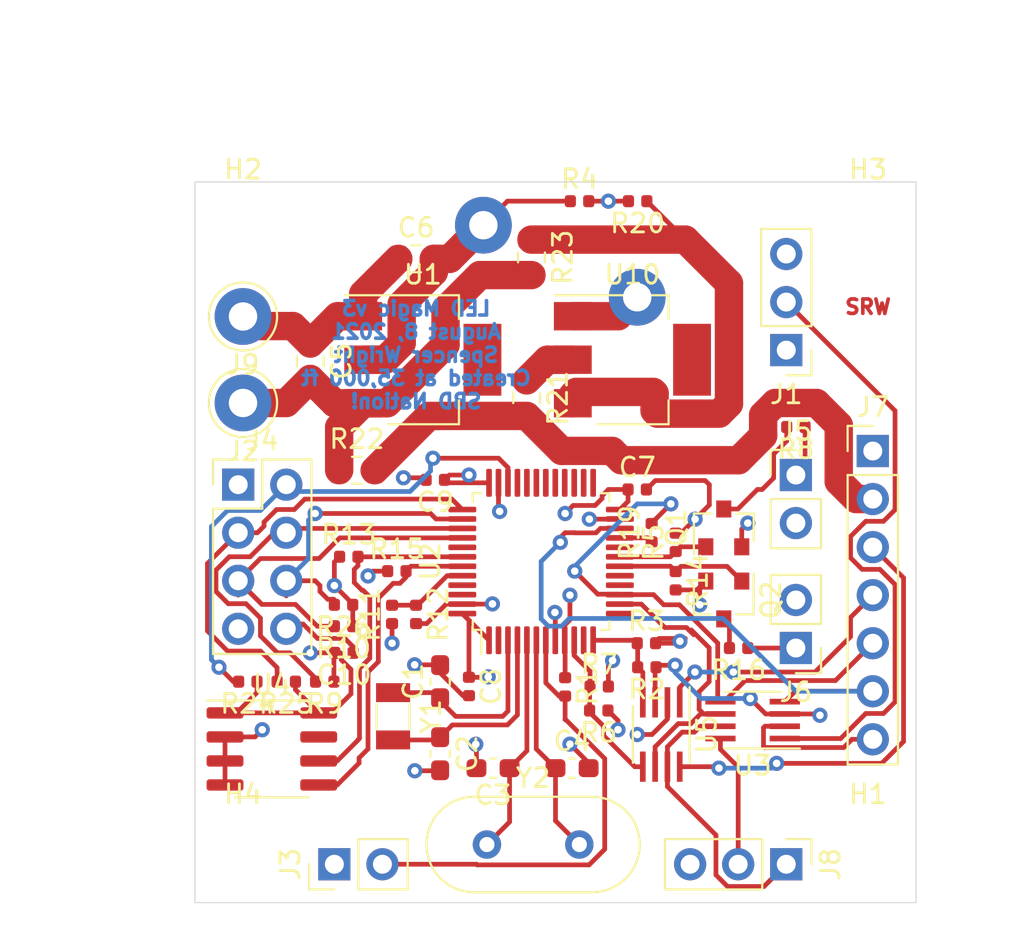
<source format=kicad_pcb>
(kicad_pcb (version 20171130) (host pcbnew "(5.1.6-0-10_14)")
  (layers (0 F.Cu signal) (1 GND power) (2 PWR signal) (31 B.Cu signal) (34 B.Paste user) (35 F.Paste user) (36 B.SilkS user) (37 F.SilkS user hide) (38 B.Mask user) (39 F.Mask user) (44 Edge.Cuts user))
  (net 0 "")
  (net 1 /XTAL1)
  (net 2 GND)
  (net 3 /XTAL2)
  (net 4 /XTAL1_HI)
  (net 5 /XTAL2_HI)
  (net 6 /VIN)
  (net 7 +3V3)
  (net 8 /LED_STRIP_OUT_2)
  (net 9 /RST)
  (net 10 /SWDIO)
  (net 11 /SWCLK)
  (net 12 /SWO)
  (net 13 /NJTRST)
  (net 14 /TDI)
  (net 15 "Net-(J4-Pad7)")
  (net 16 "Net-(J5-Pad1)")
  (net 17 /SYS_5V)
  (net 18 "Net-(J6-Pad1)")
  (net 19 /INT2_5V)
  (net 20 /INT3_5V)
  (net 21 /STM32_LED_STRIP_OUT_1)
  (net 22 /STM32_LED_STRIP_OUT_2)
  (net 23 /LED_STRIP_OUT_1)
  (net 24 "Net-(Q1-Pad3)")
  (net 25 /GRN_LED)
  (net 26 /RED_LED)
  (net 27 "Net-(Q2-Pad3)")
  (net 28 /INT3)
  (net 29 /INT2)
  (net 30 "Net-(R11-Pad2)")
  (net 31 /I2C1_SCL)
  (net 32 /I2C1_SDA)
  (net 33 /LVL_SHIFTER_EN)
  (net 34 /STM32_LED_STRIP_OUT_BACKUP)
  (net 35 /12V_EN)
  (net 36 "Net-(R21-Pad1)")
  (net 37 "Net-(U2-Pad11)")
  (net 38 "Net-(U2-Pad13)")
  (net 39 "Net-(U2-Pad16)")
  (net 40 "Net-(U2-Pad17)")
  (net 41 "Net-(U2-Pad20)")
  (net 42 "Net-(U2-Pad25)")
  (net 43 "Net-(U2-Pad26)")
  (net 44 "Net-(U2-Pad27)")
  (net 45 "Net-(U2-Pad28)")
  (net 46 "Net-(U2-Pad29)")
  (net 47 "Net-(U2-Pad30)")
  (net 48 "Net-(U2-Pad31)")
  (net 49 "Net-(U2-Pad32)")
  (net 50 "Net-(U2-Pad33)")
  (net 51 "Net-(U2-Pad41)")
  (net 52 "Net-(U2-Pad45)")
  (net 53 "Net-(U2-Pad46)")
  (net 54 "Net-(U4-Pad7)")
  (net 55 "Net-(U2-Pad2)")
  (module Connector_PinHeader_2.54mm:PinHeader_2x04_P2.54mm_Vertical (layer F.Cu) (at 75.438 74.676)
    (fp_text reference J4 (at 1.27 -2.33) (layer F.SilkS))
    (fp_text value Conn_01x08_Male)
    (pad 1 thru_hole rect (at 0 0) (size 1.7 1.7) (drill 1) (layers *.Cu *.Mask) (net 7 +3V3))
    (pad 2 thru_hole oval (at 2.54 0) (size 1.7 1.7) (drill 1) (layers *.Cu *.Mask) (net 10 /SWDIO))
    (pad 3 thru_hole oval (at 0 2.54) (size 1.7 1.7) (drill 1) (layers *.Cu *.Mask) (net 11 /SWCLK))
    (pad 4 thru_hole oval (at 2.54 2.54) (size 1.7 1.7) (drill 1) (layers *.Cu *.Mask) (net 12 /SWO))
    (pad 5 thru_hole oval (at 0 5.08) (size 1.7 1.7) (drill 1) (layers *.Cu *.Mask) (net 13 /NJTRST))
    (pad 6 thru_hole oval (at 2.54 5.08) (size 1.7 1.7) (drill 1) (layers *.Cu *.Mask) (net 14 /TDI))
    (pad 7 thru_hole oval (at 0 7.62) (size 1.7 1.7) (drill 1) (layers *.Cu *.Mask) (net 15 "Net-(J4-Pad7)"))
    (pad 8 thru_hole oval (at 2.54 7.62) (size 1.7 1.7) (drill 1) (layers *.Cu *.Mask) (net 2 GND))
  )
  (module Capacitor_SMD:C_0603_1608Metric_Pad1.05x0.95mm_HandSolder (layer F.Cu) (at 86.106 85.09 90)
    (fp_text reference C1 (at 0 -1.43 90) (layer F.SilkS))
    (fp_text value CP1_Small)
    (pad 1 smd roundrect (at -0.875 0 90) (size 1.05 0.95) (layers F.Cu F.Paste F.Mask) (net 1 /XTAL1))
    (pad 2 smd roundrect (at 0.875 0 90) (size 1.05 0.95) (layers F.Cu F.Paste F.Mask) (net 2 GND))
  )
  (module Capacitor_SMD:C_0603_1608Metric_Pad1.05x0.95mm_HandSolder (layer F.Cu) (at 86.106 88.9 270)
    (fp_text reference C2 (at 0 -1.43 90) (layer F.SilkS))
    (fp_text value CP1_Small)
    (pad 2 smd roundrect (at 0.875 0 270) (size 1.05 0.95) (layers F.Cu F.Paste F.Mask) (net 2 GND))
    (pad 1 smd roundrect (at -0.875 0 270) (size 1.05 0.95) (layers F.Cu F.Paste F.Mask) (net 3 /XTAL2))
  )
  (module Capacitor_SMD:C_0603_1608Metric_Pad1.05x0.95mm_HandSolder (layer F.Cu) (at 88.9 89.662 180)
    (fp_text reference C3 (at 0 -1.43) (layer F.SilkS))
    (fp_text value CP1_Small)
    (pad 1 smd roundrect (at -0.875 0 180) (size 1.05 0.95) (layers F.Cu F.Paste F.Mask) (net 4 /XTAL1_HI))
    (pad 2 smd roundrect (at 0.875 0 180) (size 1.05 0.95) (layers F.Cu F.Paste F.Mask) (net 2 GND))
  )
  (module Capacitor_SMD:C_0603_1608Metric_Pad1.05x0.95mm_HandSolder (layer F.Cu) (at 93.077 89.662)
    (fp_text reference C4 (at 0 -1.43) (layer F.SilkS))
    (fp_text value CP1_Small)
    (pad 2 smd roundrect (at 0.875 0) (size 1.05 0.95) (layers F.Cu F.Paste F.Mask) (net 2 GND))
    (pad 1 smd roundrect (at -0.875 0) (size 1.05 0.95) (layers F.Cu F.Paste F.Mask) (net 5 /XTAL2_HI))
  )
  (module Capacitor_SMD:C_0402_1005Metric (layer F.Cu) (at 96.52 74.93)
    (fp_text reference C7 (at 0 -1.17) (layer F.SilkS))
    (fp_text value 1u)
    (pad 2 smd roundrect (at 0.485 0) (size 0.59 0.64) (layers F.Cu F.Paste F.Mask) (net 2 GND))
    (pad 1 smd roundrect (at -0.485 0) (size 0.59 0.64) (layers F.Cu F.Paste F.Mask) (net 7 +3V3))
  )
  (module Capacitor_SMD:C_0402_1005Metric (layer F.Cu) (at 87.63 85.344 270)
    (fp_text reference C8 (at 0 -1.17 90) (layer F.SilkS))
    (fp_text value 1u)
    (pad 2 smd roundrect (at 0.485 0 270) (size 0.59 0.64) (layers F.Cu F.Paste F.Mask) (net 2 GND))
    (pad 1 smd roundrect (at -0.485 0 270) (size 0.59 0.64) (layers F.Cu F.Paste F.Mask) (net 7 +3V3))
  )
  (module Capacitor_SMD:C_0402_1005Metric (layer F.Cu) (at 85.852 74.422 180)
    (fp_text reference C9 (at 0 -1.17) (layer F.SilkS))
    (fp_text value 1u)
    (pad 1 smd roundrect (at -0.485 0 180) (size 0.59 0.64) (layers F.Cu F.Paste F.Mask) (net 7 +3V3))
    (pad 2 smd roundrect (at 0.485 0 180) (size 0.59 0.64) (layers F.Cu F.Paste F.Mask) (net 2 GND))
  )
  (module Capacitor_SMD:C_0402_1005Metric (layer F.Cu) (at 81.026 83.566 180)
    (fp_text reference C10 (at 0 -1.17) (layer F.SilkS))
    (fp_text value 1u)
    (pad 1 smd roundrect (at -0.485 0 180) (size 0.59 0.64) (layers F.Cu F.Paste F.Mask) (net 2 GND))
    (pad 2 smd roundrect (at 0.485 0 180) (size 0.59 0.64) (layers F.Cu F.Paste F.Mask) (net 7 +3V3))
  )
  (module MountingHole:MountingHole_2mm (layer F.Cu) (at 108.712 94.234)
    (fp_text reference H1 (at 0 -3.2) (layer F.SilkS))
    (fp_text value MountingHole_Pad)
    (pad "" np_thru_hole circle (at 0 0) (size 2 2) (drill 2) (layers *.Cu *.Mask))
  )
  (module MountingHole:MountingHole_2mm (layer F.Cu) (at 75.692 61.214)
    (fp_text reference H2 (at 0 -3.2) (layer F.SilkS))
    (fp_text value MountingHole_Pad)
    (pad "" np_thru_hole circle (at 0 0) (size 2 2) (drill 2) (layers *.Cu *.Mask))
  )
  (module MountingHole:MountingHole_2mm (layer F.Cu) (at 108.712 61.214)
    (fp_text reference H3 (at 0 -3.2) (layer F.SilkS))
    (fp_text value MountingHole_Pad)
    (pad "" np_thru_hole circle (at 0 0) (size 2 2) (drill 2) (layers *.Cu *.Mask))
  )
  (module MountingHole:MountingHole_2mm (layer F.Cu) (at 75.692 94.234)
    (fp_text reference H4 (at 0 -3.2) (layer F.SilkS))
    (fp_text value MountingHole_Pad)
    (pad "" np_thru_hole circle (at 0 0) (size 2 2) (drill 2) (layers *.Cu *.Mask))
  )
  (module Connector_PinHeader_2.54mm:PinHeader_1x03_P2.54mm_Vertical (layer F.Cu) (at 104.394 67.564 180)
    (fp_text reference J1 (at 0 -2.33) (layer F.SilkS))
    (fp_text value Conn_01x03_Male)
    (pad 3 thru_hole oval (at 0 5.08 180) (size 1.7 1.7) (drill 1) (layers *.Cu *.Mask) (net 2 GND))
    (pad 2 thru_hole oval (at 0 2.54 180) (size 1.7 1.7) (drill 1) (layers *.Cu *.Mask) (net 8 /LED_STRIP_OUT_2))
    (pad 1 thru_hole rect (at 0 0 180) (size 1.7 1.7) (drill 1) (layers *.Cu *.Mask) (net 17 /SYS_5V))
  )
  (module Connector_PinHeader_2.54mm:PinHeader_1x02_P2.54mm_Vertical (layer F.Cu) (at 80.518 94.742 90)
    (fp_text reference J3 (at 0 -2.33 90) (layer F.SilkS))
    (fp_text value Conn_01x02_Male)
    (pad 1 thru_hole rect (at 0 0 90) (size 1.7 1.7) (drill 1) (layers *.Cu *.Mask) (net 2 GND))
    (pad 2 thru_hole oval (at 0 2.54 90) (size 1.7 1.7) (drill 1) (layers *.Cu *.Mask) (net 9 /RST))
  )
  (module Connector_PinHeader_2.54mm:PinHeader_1x02_P2.54mm_Vertical (layer F.Cu) (at 104.902 74.168)
    (fp_text reference J5 (at 0 -2.33) (layer F.SilkS))
    (fp_text value Conn_01x02_Male)
    (pad 1 thru_hole rect (at 0 0) (size 1.7 1.7) (drill 1) (layers *.Cu *.Mask) (net 16 "Net-(J5-Pad1)"))
    (pad 2 thru_hole oval (at 0 2.54) (size 1.7 1.7) (drill 1) (layers *.Cu *.Mask) (net 17 /SYS_5V))
  )
  (module Connector_PinHeader_2.54mm:PinHeader_1x02_P2.54mm_Vertical (layer F.Cu) (at 104.902 83.312 180)
    (fp_text reference J6 (at 0 -2.33) (layer F.SilkS))
    (fp_text value Conn_01x02_Male)
    (pad 2 thru_hole oval (at 0 2.54 180) (size 1.7 1.7) (drill 1) (layers *.Cu *.Mask) (net 17 /SYS_5V))
    (pad 1 thru_hole rect (at 0 0 180) (size 1.7 1.7) (drill 1) (layers *.Cu *.Mask) (net 18 "Net-(J6-Pad1)"))
  )
  (module Connector_PinHeader_2.54mm:PinHeader_1x07_P2.54mm_Vertical (layer F.Cu) (at 108.966 72.898)
    (fp_text reference J7 (at 0 -2.33) (layer F.SilkS))
    (fp_text value Conn_01x07_Male)
    (pad 1 thru_hole rect (at 0 0) (size 1.7 1.7) (drill 1) (layers *.Cu *.Mask) (net 2 GND))
    (pad 2 thru_hole oval (at 0 2.54) (size 1.7 1.7) (drill 1) (layers *.Cu *.Mask) (net 17 /SYS_5V))
    (pad 3 thru_hole oval (at 0 5.08) (size 1.7 1.7) (drill 1) (layers *.Cu *.Mask) (net 19 /INT2_5V))
    (pad 4 thru_hole oval (at 0 7.62) (size 1.7 1.7) (drill 1) (layers *.Cu *.Mask) (net 20 /INT3_5V))
    (pad 5 thru_hole oval (at 0 10.16) (size 1.7 1.7) (drill 1) (layers *.Cu *.Mask) (net 21 /STM32_LED_STRIP_OUT_1))
    (pad 6 thru_hole oval (at 0 12.7) (size 1.7 1.7) (drill 1) (layers *.Cu *.Mask) (net 22 /STM32_LED_STRIP_OUT_2))
    (pad 7 thru_hole oval (at 0 15.24) (size 1.7 1.7) (drill 1) (layers *.Cu *.Mask) (net 2 GND))
  )
  (module Connector_PinHeader_2.54mm:PinHeader_1x03_P2.54mm_Vertical (layer F.Cu) (at 104.394 94.742 270)
    (fp_text reference J8 (at 0 -2.33 90) (layer F.SilkS))
    (fp_text value Conn_01x03_Male)
    (pad 1 thru_hole rect (at 0 0 270) (size 1.7 1.7) (drill 1) (layers *.Cu *.Mask) (net 17 /SYS_5V))
    (pad 2 thru_hole oval (at 0 2.54 270) (size 1.7 1.7) (drill 1) (layers *.Cu *.Mask) (net 23 /LED_STRIP_OUT_1))
    (pad 3 thru_hole oval (at 0 5.08 270) (size 1.7 1.7) (drill 1) (layers *.Cu *.Mask) (net 2 GND))
  )
  (module Package_TO_SOT_SMD:SOT-23 (layer F.Cu) (at 101.092 76.962 90)
    (fp_text reference Q1 (at 0 -2.5 90) (layer F.SilkS))
    (fp_text value BSS138)
    (pad 3 smd rect (at 1 0 90) (size 0.9 0.8) (layers F.Cu F.Paste F.Mask) (net 24 "Net-(Q1-Pad3)"))
    (pad 2 smd rect (at -1 0.95 90) (size 0.9 0.8) (layers F.Cu F.Paste F.Mask) (net 2 GND))
    (pad 1 smd rect (at -1 -0.95 90) (size 0.9 0.8) (layers F.Cu F.Paste F.Mask) (net 25 /GRN_LED))
  )
  (module Package_TO_SOT_SMD:SOT-23 (layer F.Cu) (at 101.092 80.772 270)
    (fp_text reference Q2 (at 0 -2.5 90) (layer F.SilkS))
    (fp_text value BSS138)
    (pad 1 smd rect (at -1 -0.95 270) (size 0.9 0.8) (layers F.Cu F.Paste F.Mask) (net 26 /RED_LED))
    (pad 2 smd rect (at -1 0.95 270) (size 0.9 0.8) (layers F.Cu F.Paste F.Mask) (net 2 GND))
    (pad 3 smd rect (at 1 0 270) (size 0.9 0.8) (layers F.Cu F.Paste F.Mask) (net 27 "Net-(Q2-Pad3)"))
  )
  (module Resistor_SMD:R_0402_1005Metric (layer F.Cu) (at 92.71 85.367 270)
    (fp_text reference R1 (at 0 -1.17 90) (layer F.SilkS))
    (fp_text value 10k)
    (pad 2 smd roundrect (at 0.485 0 270) (size 0.59 0.64) (layers F.Cu F.Paste F.Mask) (net 9 /RST))
    (pad 1 smd roundrect (at -0.485 0 270) (size 0.59 0.64) (layers F.Cu F.Paste F.Mask) (net 7 +3V3))
  )
  (module Resistor_SMD:R_0402_1005Metric (layer F.Cu) (at 97.028 84.328 180)
    (fp_text reference R2 (at 0 -1.17) (layer F.SilkS))
    (fp_text value 10k)
    (pad 2 smd roundrect (at 0.485 0 180) (size 0.59 0.64) (layers F.Cu F.Paste F.Mask) (net 28 /INT3))
    (pad 1 smd roundrect (at -0.485 0 180) (size 0.59 0.64) (layers F.Cu F.Paste F.Mask) (net 7 +3V3))
  )
  (module Resistor_SMD:R_0402_1005Metric (layer F.Cu) (at 97.005 83.058)
    (fp_text reference R3 (at 0 -1.17) (layer F.SilkS))
    (fp_text value DNI)
    (pad 2 smd roundrect (at 0.485 0) (size 0.59 0.64) (layers F.Cu F.Paste F.Mask) (net 2 GND))
    (pad 1 smd roundrect (at -0.485 0) (size 0.59 0.64) (layers F.Cu F.Paste F.Mask) (net 28 /INT3))
  )
  (module Resistor_SMD:R_0402_1005Metric (layer F.Cu) (at 93.472 59.69)
    (fp_text reference R4 (at 0 -1.17) (layer F.SilkS))
    (fp_text value 1M)
    (pad 1 smd roundrect (at -0.485 0) (size 0.59 0.64) (layers F.Cu F.Paste F.Mask) (net 7 +3V3))
    (pad 2 smd roundrect (at 0.485 0) (size 0.59 0.64) (layers F.Cu F.Paste F.Mask) (net 2 GND))
  )
  (module Resistor_SMD:R_0402_1005Metric (layer F.Cu) (at 98.552 77.724 90)
    (fp_text reference R5 (at 0 -1.17 90) (layer F.SilkS))
    (fp_text value 1M)
    (pad 1 smd roundrect (at -0.485 0 90) (size 0.59 0.64) (layers F.Cu F.Paste F.Mask) (net 25 /GRN_LED))
    (pad 2 smd roundrect (at 0.485 0 90) (size 0.59 0.64) (layers F.Cu F.Paste F.Mask) (net 2 GND))
  )
  (module Resistor_SMD:R_0402_1005Metric (layer F.Cu) (at 94.488 86.614 180)
    (fp_text reference R6 (at 0 -1.17) (layer F.SilkS))
    (fp_text value 10k)
    (pad 1 smd roundrect (at -0.485 0 180) (size 0.59 0.64) (layers F.Cu F.Paste F.Mask) (net 7 +3V3))
    (pad 2 smd roundrect (at 0.485 0 180) (size 0.59 0.64) (layers F.Cu F.Paste F.Mask) (net 29 /INT2))
  )
  (module Resistor_SMD:R_0402_1005Metric (layer F.Cu) (at 94.511 85.344)
    (fp_text reference R7 (at 0 -1.17) (layer F.SilkS))
    (fp_text value DNI)
    (pad 1 smd roundrect (at -0.485 0) (size 0.59 0.64) (layers F.Cu F.Paste F.Mask) (net 29 /INT2))
    (pad 2 smd roundrect (at 0.485 0) (size 0.59 0.64) (layers F.Cu F.Paste F.Mask) (net 2 GND))
  )
  (module Resistor_SMD:R_0402_1005Metric (layer F.Cu) (at 104.902 71.628 180)
    (fp_text reference R8 (at 0 -1.17) (layer F.SilkS))
    (fp_text value 100)
    (pad 2 smd roundrect (at 0.485 0 180) (size 0.59 0.64) (layers F.Cu F.Paste F.Mask) (net 24 "Net-(Q1-Pad3)"))
    (pad 1 smd roundrect (at -0.485 0 180) (size 0.59 0.64) (layers F.Cu F.Paste F.Mask) (net 16 "Net-(J5-Pad1)"))
  )
  (module Resistor_SMD:R_0402_1005Metric (layer F.Cu) (at 83.566 81.534 90)
    (fp_text reference R11 (at 0 -1.17 90) (layer F.SilkS))
    (fp_text value DNI)
    (pad 2 smd roundrect (at 0.485 0 90) (size 0.59 0.64) (layers F.Cu F.Paste F.Mask) (net 30 "Net-(R11-Pad2)"))
    (pad 1 smd roundrect (at -0.485 0 90) (size 0.59 0.64) (layers F.Cu F.Paste F.Mask) (net 7 +3V3))
  )
  (module Resistor_SMD:R_0402_1005Metric (layer F.Cu) (at 84.836 81.534 270)
    (fp_text reference R12 (at 0 -1.17 90) (layer F.SilkS))
    (fp_text value 10k)
    (pad 1 smd roundrect (at -0.485 0 270) (size 0.59 0.64) (layers F.Cu F.Paste F.Mask) (net 30 "Net-(R11-Pad2)"))
    (pad 2 smd roundrect (at 0.485 0 270) (size 0.59 0.64) (layers F.Cu F.Paste F.Mask) (net 2 GND))
  )
  (module Resistor_SMD:R_0402_1005Metric (layer F.Cu) (at 81.28 78.486)
    (fp_text reference R13 (at 0 -1.17) (layer F.SilkS))
    (fp_text value 10k)
    (pad 2 smd roundrect (at 0.485 0) (size 0.59 0.64) (layers F.Cu F.Paste F.Mask) (net 31 /I2C1_SCL))
    (pad 1 smd roundrect (at -0.485 0) (size 0.59 0.64) (layers F.Cu F.Paste F.Mask) (net 7 +3V3))
  )
  (module Resistor_SMD:R_0402_1005Metric (layer F.Cu) (at 98.552 79.756 270)
    (fp_text reference R14 (at 0 -1.17 90) (layer F.SilkS))
    (fp_text value 1M)
    (pad 2 smd roundrect (at 0.485 0 270) (size 0.59 0.64) (layers F.Cu F.Paste F.Mask) (net 2 GND))
    (pad 1 smd roundrect (at -0.485 0 270) (size 0.59 0.64) (layers F.Cu F.Paste F.Mask) (net 26 /RED_LED))
  )
  (module Resistor_SMD:R_0402_1005Metric (layer F.Cu) (at 83.82 79.248)
    (fp_text reference R15 (at 0 -1.17) (layer F.SilkS))
    (fp_text value 10k)
    (pad 1 smd roundrect (at -0.485 0) (size 0.59 0.64) (layers F.Cu F.Paste F.Mask) (net 7 +3V3))
    (pad 2 smd roundrect (at 0.485 0) (size 0.59 0.64) (layers F.Cu F.Paste F.Mask) (net 32 /I2C1_SDA))
  )
  (module Resistor_SMD:R_0402_1005Metric (layer F.Cu) (at 101.877 83.312 180)
    (fp_text reference R16 (at 0 -1.17) (layer F.SilkS))
    (fp_text value 100)
    (pad 1 smd roundrect (at -0.485 0 180) (size 0.59 0.64) (layers F.Cu F.Paste F.Mask) (net 18 "Net-(J6-Pad1)"))
    (pad 2 smd roundrect (at 0.485 0 180) (size 0.59 0.64) (layers F.Cu F.Paste F.Mask) (net 27 "Net-(Q2-Pad3)"))
  )
  (module Resistor_SMD:R_0402_1005Metric (layer F.Cu) (at 97.282 77.216 90)
    (fp_text reference R19 (at 0 -1.17 90) (layer F.SilkS))
    (fp_text value DNI)
    (pad 1 smd roundrect (at -0.485 0 90) (size 0.59 0.64) (layers F.Cu F.Paste F.Mask) (net 34 /STM32_LED_STRIP_OUT_BACKUP))
    (pad 2 smd roundrect (at 0.485 0 90) (size 0.59 0.64) (layers F.Cu F.Paste F.Mask) (net 21 /STM32_LED_STRIP_OUT_1))
  )
  (module Resistor_SMD:R_0402_1005Metric (layer F.Cu) (at 96.543 59.69 180)
    (fp_text reference R20 (at 0 -1.17) (layer F.SilkS))
    (fp_text value 1M)
    (pad 2 smd roundrect (at 0.485 0 180) (size 0.59 0.64) (layers F.Cu F.Paste F.Mask) (net 2 GND))
    (pad 1 smd roundrect (at -0.485 0 180) (size 0.59 0.64) (layers F.Cu F.Paste F.Mask) (net 35 /12V_EN))
  )
  (module Package_TO_SOT_SMD:SOT-223 (layer F.Cu) (at 85.192 68.072)
    (fp_text reference U1 (at 0 -4.5) (layer F.SilkS))
    (fp_text value TLV1117-33)
    (pad 1 smd rect (at -3.15 -2.3) (size 2 1.5) (layers F.Cu F.Paste F.Mask) (net 2 GND))
    (pad 3 smd rect (at -3.15 2.3) (size 2 1.5) (layers F.Cu F.Paste F.Mask) (net 6 /VIN))
    (pad 2 smd rect (at -3.15 0) (size 2 1.5) (layers F.Cu F.Paste F.Mask) (net 7 +3V3))
    (pad 4 smd rect (at 3.15 0) (size 2 3.8) (layers F.Cu F.Paste F.Mask))
  )
  (module Package_QFP:LQFP-48_7x7mm_P0.5mm (layer F.Cu) (at 91.44 78.74 90)
    (fp_text reference U2 (at 0 -5.85 90) (layer F.SilkS))
    (fp_text value STM32L433CCTx)
    (pad 1 smd roundrect (at -4.1625 -2.75 90) (size 1.475 0.3) (layers F.Cu F.Paste F.Mask) (net 7 +3V3))
    (pad 2 smd roundrect (at -4.1625 -2.25 90) (size 1.475 0.3) (layers F.Cu F.Paste F.Mask) (net 55 "Net-(U2-Pad2)"))
    (pad 3 smd roundrect (at -4.1625 -1.75 90) (size 1.475 0.3) (layers F.Cu F.Paste F.Mask) (net 1 /XTAL1))
    (pad 4 smd roundrect (at -4.1625 -1.25 90) (size 1.475 0.3) (layers F.Cu F.Paste F.Mask) (net 3 /XTAL2))
    (pad 5 smd roundrect (at -4.1625 -0.75 90) (size 1.475 0.3) (layers F.Cu F.Paste F.Mask) (net 4 /XTAL1_HI))
    (pad 6 smd roundrect (at -4.1625 -0.25 90) (size 1.475 0.3) (layers F.Cu F.Paste F.Mask) (net 5 /XTAL2_HI))
    (pad 7 smd roundrect (at -4.1625 0.25 90) (size 1.475 0.3) (layers F.Cu F.Paste F.Mask) (net 9 /RST))
    (pad 8 smd roundrect (at -4.1625 0.75 90) (size 1.475 0.3) (layers F.Cu F.Paste F.Mask) (net 2 GND))
    (pad 9 smd roundrect (at -4.1625 1.25 90) (size 1.475 0.3) (layers F.Cu F.Paste F.Mask) (net 7 +3V3))
    (pad 10 smd roundrect (at -4.1625 1.75 90) (size 1.475 0.3) (layers F.Cu F.Paste F.Mask) (net 29 /INT2))
    (pad 11 smd roundrect (at -4.1625 2.25 90) (size 1.475 0.3) (layers F.Cu F.Paste F.Mask) (net 37 "Net-(U2-Pad11)"))
    (pad 12 smd roundrect (at -4.1625 2.75 90) (size 1.475 0.3) (layers F.Cu F.Paste F.Mask) (net 28 /INT3))
    (pad 13 smd roundrect (at -2.75 4.1625 90) (size 0.3 1.475) (layers F.Cu F.Paste F.Mask) (net 38 "Net-(U2-Pad13)"))
    (pad 14 smd roundrect (at -2.25 4.1625 90) (size 0.3 1.475) (layers F.Cu F.Paste F.Mask) (net 33 /LVL_SHIFTER_EN))
    (pad 15 smd roundrect (at -1.75 4.1625 90) (size 0.3 1.475) (layers F.Cu F.Paste F.Mask) (net 21 /STM32_LED_STRIP_OUT_1))
    (pad 16 smd roundrect (at -1.25 4.1625 90) (size 0.3 1.475) (layers F.Cu F.Paste F.Mask) (net 39 "Net-(U2-Pad16)"))
    (pad 17 smd roundrect (at -0.75 4.1625 90) (size 0.3 1.475) (layers F.Cu F.Paste F.Mask) (net 40 "Net-(U2-Pad17)"))
    (pad 18 smd roundrect (at -0.25 4.1625 90) (size 0.3 1.475) (layers F.Cu F.Paste F.Mask) (net 26 /RED_LED))
    (pad 19 smd roundrect (at 0.25 4.1625 90) (size 0.3 1.475) (layers F.Cu F.Paste F.Mask) (net 25 /GRN_LED))
    (pad 20 smd roundrect (at 0.75 4.1625 90) (size 0.3 1.475) (layers F.Cu F.Paste F.Mask) (net 41 "Net-(U2-Pad20)"))
    (pad 21 smd roundrect (at 1.25 4.1625 90) (size 0.3 1.475) (layers F.Cu F.Paste F.Mask) (net 34 /STM32_LED_STRIP_OUT_BACKUP))
    (pad 22 smd roundrect (at 1.75 4.1625 90) (size 0.3 1.475) (layers F.Cu F.Paste F.Mask) (net 22 /STM32_LED_STRIP_OUT_2))
    (pad 23 smd roundrect (at 2.25 4.1625 90) (size 0.3 1.475) (layers F.Cu F.Paste F.Mask) (net 2 GND))
    (pad 24 smd roundrect (at 2.75 4.1625 90) (size 0.3 1.475) (layers F.Cu F.Paste F.Mask) (net 7 +3V3))
    (pad 25 smd roundrect (at 4.1625 2.75 90) (size 1.475 0.3) (layers F.Cu F.Paste F.Mask) (net 42 "Net-(U2-Pad25)"))
    (pad 26 smd roundrect (at 4.1625 2.25 90) (size 1.475 0.3) (layers F.Cu F.Paste F.Mask) (net 43 "Net-(U2-Pad26)"))
    (pad 27 smd roundrect (at 4.1625 1.75 90) (size 1.475 0.3) (layers F.Cu F.Paste F.Mask) (net 44 "Net-(U2-Pad27)"))
    (pad 28 smd roundrect (at 4.1625 1.25 90) (size 1.475 0.3) (layers F.Cu F.Paste F.Mask) (net 45 "Net-(U2-Pad28)"))
    (pad 29 smd roundrect (at 4.1625 0.75 90) (size 1.475 0.3) (layers F.Cu F.Paste F.Mask) (net 46 "Net-(U2-Pad29)"))
    (pad 30 smd roundrect (at 4.1625 0.25 90) (size 1.475 0.3) (layers F.Cu F.Paste F.Mask) (net 47 "Net-(U2-Pad30)"))
    (pad 31 smd roundrect (at 4.1625 -0.25 90) (size 1.475 0.3) (layers F.Cu F.Paste F.Mask) (net 48 "Net-(U2-Pad31)"))
    (pad 32 smd roundrect (at 4.1625 -0.75 90) (size 1.475 0.3) (layers F.Cu F.Paste F.Mask) (net 49 "Net-(U2-Pad32)"))
    (pad 33 smd roundrect (at 4.1625 -1.25 90) (size 1.475 0.3) (layers F.Cu F.Paste F.Mask) (net 50 "Net-(U2-Pad33)"))
    (pad 34 smd roundrect (at 4.1625 -1.75 90) (size 1.475 0.3) (layers F.Cu F.Paste F.Mask) (net 10 /SWDIO))
    (pad 35 smd roundrect (at 4.1625 -2.25 90) (size 1.475 0.3) (layers F.Cu F.Paste F.Mask) (net 2 GND))
    (pad 36 smd roundrect (at 4.1625 -2.75 90) (size 1.475 0.3) (layers F.Cu F.Paste F.Mask) (net 7 +3V3))
    (pad 37 smd roundrect (at 2.75 -4.1625 90) (size 0.3 1.475) (layers F.Cu F.Paste F.Mask) (net 11 /SWCLK))
    (pad 38 smd roundrect (at 2.25 -4.1625 90) (size 0.3 1.475) (layers F.Cu F.Paste F.Mask) (net 14 /TDI))
    (pad 39 smd roundrect (at 1.75 -4.1625 90) (size 0.3 1.475) (layers F.Cu F.Paste F.Mask) (net 12 /SWO))
    (pad 40 smd roundrect (at 1.25 -4.1625 90) (size 0.3 1.475) (layers F.Cu F.Paste F.Mask) (net 13 /NJTRST))
    (pad 41 smd roundrect (at 0.75 -4.1625 90) (size 0.3 1.475) (layers F.Cu F.Paste F.Mask) (net 51 "Net-(U2-Pad41)"))
    (pad 42 smd roundrect (at 0.25 -4.1625 90) (size 0.3 1.475) (layers F.Cu F.Paste F.Mask) (net 31 /I2C1_SCL))
    (pad 43 smd roundrect (at -0.25 -4.1625 90) (size 0.3 1.475) (layers F.Cu F.Paste F.Mask) (net 32 /I2C1_SDA))
    (pad 44 smd roundrect (at -0.75 -4.1625 90) (size 0.3 1.475) (layers F.Cu F.Paste F.Mask) (net 30 "Net-(R11-Pad2)"))
    (pad 45 smd roundrect (at -1.25 -4.1625 90) (size 0.3 1.475) (layers F.Cu F.Paste F.Mask) (net 52 "Net-(U2-Pad45)"))
    (pad 46 smd roundrect (at -1.75 -4.1625 90) (size 0.3 1.475) (layers F.Cu F.Paste F.Mask) (net 53 "Net-(U2-Pad46)"))
    (pad 47 smd roundrect (at -2.25 -4.1625 90) (size 0.3 1.475) (layers F.Cu F.Paste F.Mask) (net 2 GND))
    (pad 48 smd roundrect (at -2.75 -4.1625 90) (size 0.3 1.475) (layers F.Cu F.Paste F.Mask) (net 7 +3V3))
  )
  (module Package_SO:SSOP-8_2.95x2.8mm_P0.65mm (layer F.Cu) (at 102.616 87.122 180)
    (fp_text reference U3 (at 0 -2.4) (layer F.SilkS))
    (fp_text value TXS0102DCT)
    (pad 8 smd rect (at 1.7 -0.975 90) (size 0.3 1.6) (layers F.Cu F.Paste F.Mask) (net 23 /LED_STRIP_OUT_1))
    (pad 7 smd rect (at 1.7 -0.325 90) (size 0.3 1.6) (layers F.Cu F.Paste F.Mask) (net 17 /SYS_5V))
    (pad 6 smd rect (at 1.7 0.325 90) (size 0.3 1.6) (layers F.Cu F.Paste F.Mask) (net 33 /LVL_SHIFTER_EN))
    (pad 5 smd rect (at 1.7 0.975 90) (size 0.3 1.6) (layers F.Cu F.Paste F.Mask) (net 21 /STM32_LED_STRIP_OUT_1))
    (pad 4 smd rect (at -1.7 0.975 90) (size 0.3 1.6) (layers F.Cu F.Paste F.Mask) (net 22 /STM32_LED_STRIP_OUT_2))
    (pad 3 smd rect (at -1.7 0.325 90) (size 0.3 1.6) (layers F.Cu F.Paste F.Mask) (net 7 +3V3))
    (pad 2 smd rect (at -1.7 -0.325 90) (size 0.3 1.6) (layers F.Cu F.Paste F.Mask) (net 2 GND))
    (pad 1 smd rect (at -1.7 -0.975 90) (size 0.3 1.6) (layers F.Cu F.Paste F.Mask) (net 8 /LED_STRIP_OUT_2))
  )
  (module Package_SO:SSOP-8_2.95x2.8mm_P0.65mm (layer F.Cu) (at 97.79 87.884 270)
    (fp_text reference U5 (at 0 -2.4 90) (layer F.SilkS))
    (fp_text value TXS0102DCT)
    (pad 1 smd rect (at -1.7 -0.975 180) (size 0.3 1.6) (layers F.Cu F.Paste F.Mask) (net 20 /INT3_5V))
    (pad 2 smd rect (at -1.7 -0.325 180) (size 0.3 1.6) (layers F.Cu F.Paste F.Mask) (net 2 GND))
    (pad 3 smd rect (at -1.7 0.325 180) (size 0.3 1.6) (layers F.Cu F.Paste F.Mask) (net 7 +3V3))
    (pad 4 smd rect (at -1.7 0.975 180) (size 0.3 1.6) (layers F.Cu F.Paste F.Mask) (net 28 /INT3))
    (pad 5 smd rect (at 1.7 0.975 180) (size 0.3 1.6) (layers F.Cu F.Paste F.Mask) (net 29 /INT2))
    (pad 6 smd rect (at 1.7 0.325 180) (size 0.3 1.6) (layers F.Cu F.Paste F.Mask) (net 33 /LVL_SHIFTER_EN))
    (pad 7 smd rect (at 1.7 -0.325 180) (size 0.3 1.6) (layers F.Cu F.Paste F.Mask) (net 17 /SYS_5V))
    (pad 8 smd rect (at 1.7 -0.975 180) (size 0.3 1.6) (layers F.Cu F.Paste F.Mask) (net 19 /INT2_5V))
  )
  (module Package_TO_SOT_SMD:SOT-223 (layer F.Cu) (at 96.266 68.072)
    (fp_text reference U10 (at 0 -4.5) (layer F.SilkS))
    (fp_text value TLV1117-33)
    (pad 4 smd rect (at 3.15 0) (size 2 3.8) (layers F.Cu F.Paste F.Mask))
    (pad 2 smd rect (at -3.15 0) (size 2 1.5) (layers F.Cu F.Paste F.Mask) (net 36 "Net-(R21-Pad1)"))
    (pad 3 smd rect (at -3.15 2.3) (size 2 1.5) (layers F.Cu F.Paste F.Mask) (net 35 /12V_EN))
    (pad 1 smd rect (at -3.15 -2.3) (size 2 1.5) (layers F.Cu F.Paste F.Mask) (net 2 GND))
  )
  (module Crystal:Crystal_SMD_3215-2Pin_3.2x1.5mm (layer F.Cu) (at 83.62 86.92 270)
    (fp_text reference Y1 (at 0 -2 90) (layer F.SilkS))
    (fp_text value "32.768k Crystal")
    (pad 1 smd rect (at 1.25 0 270) (size 1 1.8) (layers F.Cu F.Paste F.Mask) (net 3 /XTAL2))
    (pad 2 smd rect (at -1.25 0 270) (size 1 1.8) (layers F.Cu F.Paste F.Mask) (net 1 /XTAL1))
  )
  (module Crystal:Crystal_HC49-U_Vertical (layer F.Cu) (at 88.58 93.7)
    (fp_text reference Y2 (at 2.44 -3.525) (layer F.SilkS))
    (fp_text value 8M)
    (pad 1 thru_hole circle (at 0 0) (size 1.5 1.5) (drill 0.8) (layers *.Cu *.Mask) (net 4 /XTAL1_HI))
    (pad 2 thru_hole circle (at 4.88 0) (size 1.5 1.5) (drill 0.8) (layers *.Cu *.Mask) (net 5 /XTAL2_HI))
  )
  (module Resistor_SMD:R_0402_1005Metric (layer F.Cu) (at 80.01 85.09 180)
    (fp_text reference R9 (at 0 -1.17) (layer F.SilkS))
    (fp_text value 10k)
    (pad 1 smd roundrect (at -0.485 0 180) (size 0.59 0.64) (layers F.Cu F.Paste F.Mask) (net 7 +3V3))
    (pad 2 smd roundrect (at 0.485 0 180) (size 0.59 0.64) (layers F.Cu F.Paste F.Mask) (net 12 /SWO))
  )
  (module Resistor_SMD:R_0402_1005Metric (layer F.Cu) (at 81.005 82.16 180)
    (fp_text reference R10 (at 0 -1.17) (layer F.SilkS))
    (fp_text value 10k)
    (pad 1 smd roundrect (at -0.485 0 180) (size 0.59 0.64) (layers F.Cu F.Paste F.Mask) (net 7 +3V3))
    (pad 2 smd roundrect (at 0.485 0 180) (size 0.59 0.64) (layers F.Cu F.Paste F.Mask) (net 13 /NJTRST))
  )
  (module Resistor_SMD:R_0402_1005Metric (layer F.Cu) (at 75.946 85.09 180)
    (fp_text reference R24 (at 0 -1.17) (layer F.SilkS))
    (fp_text value 10k)
    (pad 2 smd roundrect (at 0.485 0 180) (size 0.59 0.64) (layers F.Cu F.Paste F.Mask) (net 10 /SWDIO))
    (pad 1 smd roundrect (at -0.485 0 180) (size 0.59 0.64) (layers F.Cu F.Paste F.Mask) (net 7 +3V3))
  )
  (module Resistor_SMD:R_0402_1005Metric (layer F.Cu) (at 77.978 85.09 180)
    (fp_text reference R25 (at 0 -1.17) (layer F.SilkS))
    (fp_text value 10k)
    (pad 2 smd roundrect (at 0.485 0 180) (size 0.59 0.64) (layers F.Cu F.Paste F.Mask) (net 11 /SWCLK))
    (pad 1 smd roundrect (at -0.485 0 180) (size 0.59 0.64) (layers F.Cu F.Paste F.Mask) (net 7 +3V3))
  )
  (module Resistor_SMD:R_0402_1005Metric (layer F.Cu) (at 81.003 81.026 180)
    (fp_text reference R26 (at 0 -1.17) (layer F.SilkS))
    (fp_text value 10k)
    (pad 1 smd roundrect (at -0.485 0 180) (size 0.59 0.64) (layers F.Cu F.Paste F.Mask) (net 7 +3V3))
    (pad 2 smd roundrect (at 0.485 0 180) (size 0.59 0.64) (layers F.Cu F.Paste F.Mask) (net 14 /TDI))
  )
  (module Package_SO:SOIC-8_3.9x4.9mm_P1.27mm (layer F.Cu) (at 77.216 88.646)
    (fp_text reference U4 (at 0 -3.4) (layer F.SilkS))
    (fp_text value CAT24C256)
    (pad 1 smd roundrect (at -2.475 -1.905) (size 1.95 0.6) (layers F.Cu F.Paste F.Mask) (net 7 +3V3))
    (pad 2 smd roundrect (at -2.475 -0.635) (size 1.95 0.6) (layers F.Cu F.Paste F.Mask) (net 2 GND))
    (pad 3 smd roundrect (at -2.475 0.635) (size 1.95 0.6) (layers F.Cu F.Paste F.Mask) (net 2 GND))
    (pad 4 smd roundrect (at -2.475 1.905) (size 1.95 0.6) (layers F.Cu F.Paste F.Mask) (net 2 GND))
    (pad 5 smd roundrect (at 2.475 1.905) (size 1.95 0.6) (layers F.Cu F.Paste F.Mask) (net 32 /I2C1_SDA))
    (pad 6 smd roundrect (at 2.475 0.635) (size 1.95 0.6) (layers F.Cu F.Paste F.Mask) (net 31 /I2C1_SCL))
    (pad 7 smd roundrect (at 2.475 -0.635) (size 1.95 0.6) (layers F.Cu F.Paste F.Mask) (net 54 "Net-(U4-Pad7)"))
    (pad 8 smd roundrect (at 2.475 -1.905) (size 1.95 0.6) (layers F.Cu F.Paste F.Mask) (net 7 +3V3))
  )
  (module Connector_Pin:Pin_D1.3mm_L11.0mm_LooseFit (layer F.Cu) (at 75.692 70.358)
    (fp_text reference J2 (at 0 2.55) (layer F.SilkS))
    (fp_text value Conn_01x01_Male)
    (pad 1 thru_hole circle (at 0 0) (size 3 3) (drill 1.5) (layers *.Cu *.Mask) (net 6 /VIN))
  )
  (module Connector_Pin:Pin_D1.3mm_L11.0mm_LooseFit (layer F.Cu) (at 75.692 65.786)
    (fp_text reference J9 (at 0 2.55) (layer F.SilkS))
    (fp_text value Conn_01x01_Male)
    (pad 1 thru_hole circle (at 0 0) (size 3 3) (drill 1.5) (layers *.Cu *.Mask) (net 2 GND))
  )
  (module Resistor_SMD:R_0805_2012Metric (layer F.Cu) (at 90.932 62.6595 270)
    (fp_text reference R23 (at 0 -1.65 90) (layer F.SilkS))
    (fp_text value DNI)
    (pad 1 smd roundrect (at -0.9375 0 270) (size 0.975 1.4) (layers F.Cu F.Paste F.Mask) (net 35 /12V_EN))
    (pad 2 smd roundrect (at 0.9375 0 270) (size 0.975 1.4) (layers F.Cu F.Paste F.Mask) (net 6 /VIN))
  )
  (module Resistor_SMD:R_0805_2012Metric (layer F.Cu) (at 90.678 70.104 270)
    (fp_text reference R21 (at 0 -1.65 90) (layer F.SilkS))
    (fp_text value 0)
    (pad 1 smd roundrect (at -0.9375 0 270) (size 0.975 1.4) (layers F.Cu F.Paste F.Mask) (net 36 "Net-(R21-Pad1)"))
    (pad 2 smd roundrect (at 0.9375 0 270) (size 0.975 1.4) (layers F.Cu F.Paste F.Mask) (net 17 /SYS_5V))
  )
  (module Resistor_SMD:R_0805_2012Metric (layer F.Cu) (at 81.7095 73.914)
    (fp_text reference R22 (at 0 -1.65) (layer F.SilkS))
    (fp_text value 0)
    (pad 1 smd roundrect (at -0.9375 0) (size 0.975 1.4) (layers F.Cu F.Paste F.Mask) (net 6 /VIN))
    (pad 2 smd roundrect (at 0.9375 0) (size 0.975 1.4) (layers F.Cu F.Paste F.Mask) (net 17 /SYS_5V))
  )
  (module Capacitor_SMD:C_0805_2012Metric (layer F.Cu) (at 79.248 68.1505 270)
    (fp_text reference C5 (at 0 -1.65 90) (layer F.SilkS))
    (fp_text value 10u)
    (pad 1 smd roundrect (at -0.9375 0 270) (size 0.975 1.4) (layers F.Cu F.Paste F.Mask) (net 2 GND))
    (pad 2 smd roundrect (at 0.9375 0 270) (size 0.975 1.4) (layers F.Cu F.Paste F.Mask) (net 6 /VIN))
  )
  (module Capacitor_SMD:C_0805_2012Metric (layer F.Cu) (at 84.836 62.738)
    (fp_text reference C6 (at 0 -1.65) (layer F.SilkS))
    (fp_text value 10u)
    (pad 2 smd roundrect (at 0.9375 0) (size 0.975 1.4) (layers F.Cu F.Paste F.Mask) (net 7 +3V3))
    (pad 1 smd roundrect (at -0.9375 0) (size 0.975 1.4) (layers F.Cu F.Paste F.Mask) (net 2 GND))
  )
  (gr_text SRW (at 108.712 65.278) (layer F.Cu) (effects (font (size 0.762 0.762) (thickness 0.1905))))
  (gr_text "LED Magic v3\nAugust 8, 2021\nSpencer Wright\nCreated at 35,000 ft\nSBD Nation!" (at 84.836 67.818) (layer B.Cu) (effects (font (size 0.762 0.762) (thickness 0.1905)) (justify mirror)))
  (gr_line (start 111.252 96.774) (end 73.152 96.774) (layer Edge.Cuts) (width 0.05))
  (gr_line (start 111.252 58.674) (end 111.252 96.774) (layer Edge.Cuts) (width 0.05))
  (gr_line (start 73.152 58.674) (end 111.252 58.674) (layer Edge.Cuts) (width 0.05))
  (gr_line (start 73.152 96.774) (end 73.152 58.674) (layer Edge.Cuts) (width 0.05))
  (via (at 74.422 84.328) (size 0.8) (drill 0.4) (layers F.Cu B.Cu) (net 10))
  (via (at 79.248 83.566) (size 0.8) (drill 0.4) (layers F.Cu B.Cu) (net 7))
  (via (at 94.996 59.69) (size 0.8) (drill 0.4) (layers F.Cu B.Cu) (net 2))
  (via (at 96.52 64.77) (size 3) (drill 1.5) (layers F.Cu B.Cu) (net 2))
  (via (at 88.392 60.96) (size 3) (drill 1.5) (layers F.Cu B.Cu) (net 7))
  (segment (start 89.69 82.9025) (end 89.69 86.64399) (width 0.25) (layer F.Cu) (net 1))
  (segment (start 89.69 86.64399) (end 89.408 86.92599) (width 0.25) (layer F.Cu) (net 1))
  (segment (start 89.408 86.92599) (end 86.92599 86.92599) (width 0.25) (layer F.Cu) (net 1))
  (segment (start 86.106 86.106) (end 86.106 85.965) (width 0.25) (layer F.Cu) (net 1))
  (segment (start 86.92599 86.92599) (end 86.106 86.106) (width 0.25) (layer F.Cu) (net 1))
  (segment (start 85.811 85.67) (end 86.106 85.965) (width 0.25) (layer F.Cu) (net 1))
  (segment (start 83.62 85.67) (end 85.811 85.67) (width 0.25) (layer F.Cu) (net 1))
  (via (at 102.362 76.708) (size 0.8) (drill 0.4) (layers F.Cu B.Cu) (net 2))
  (via (at 96.52 87.884) (size 0.8) (drill 0.4) (layers F.Cu B.Cu) (net 2))
  (via (at 99.578 76.5) (size 0.8) (drill 0.4) (layers F.Cu B.Cu) (net 2))
  (via (at 84.17 74.312) (size 0.8) (drill 0.4) (layers F.Cu B.Cu) (net 2))
  (via (at 99.822 81.026) (size 0.8) (drill 0.4) (layers F.Cu B.Cu) (net 2))
  (via (at 98.774 82.954) (size 0.8) (drill 0.4) (layers F.Cu B.Cu) (net 2))
  (via (at 95.218 83.97) (size 0.8) (drill 0.4) (layers F.Cu B.Cu) (net 2))
  (via (at 76.708 87.63) (size 0.8) (drill 0.4) (layers F.Cu B.Cu) (net 2))
  (via (at 89.25 76.09) (size 0.8) (drill 0.4) (layers F.Cu B.Cu) (net 2))
  (via (at 93.99 76.5) (size 0.8) (drill 0.4) (layers F.Cu B.Cu) (net 2))
  (via (at 88.87 80.98) (size 0.8) (drill 0.4) (layers F.Cu B.Cu) (net 2))
  (via (at 92.17 81.43) (size 0.8) (drill 0.4) (layers F.Cu B.Cu) (net 2))
  (via (at 84.77 89.8) (size 0.8) (drill 0.4) (layers F.Cu B.Cu) (net 2))
  (via (at 84.76 84.2) (size 0.8) (drill 0.4) (layers F.Cu B.Cu) (net 2))
  (via (at 92.964 88.392) (size 0.8) (drill 0.4) (layers F.Cu B.Cu) (net 2))
  (via (at 87.99 88.4) (size 0.8) (drill 0.4) (layers F.Cu B.Cu) (net 2))
  (segment (start 88.025 88.435) (end 87.99 88.4) (width 0.25) (layer F.Cu) (net 2))
  (segment (start 88.025 89.662) (end 88.025 88.435) (width 0.25) (layer F.Cu) (net 2))
  (segment (start 86.081 89.8) (end 86.106 89.775) (width 0.25) (layer F.Cu) (net 2))
  (segment (start 84.77 89.8) (end 86.081 89.8) (width 0.25) (layer F.Cu) (net 2))
  (segment (start 86.091 84.2) (end 86.106 84.215) (width 0.25) (layer F.Cu) (net 2))
  (segment (start 84.76 84.2) (end 86.091 84.2) (width 0.25) (layer F.Cu) (net 2))
  (segment (start 92.19 81.45) (end 92.17 81.43) (width 0.25) (layer F.Cu) (net 2))
  (segment (start 92.19 82.9025) (end 92.19 81.45) (width 0.25) (layer F.Cu) (net 2))
  (segment (start 88.86 80.99) (end 88.87 80.98) (width 0.25) (layer F.Cu) (net 2))
  (segment (start 87.2775 80.99) (end 88.86 80.99) (width 0.25) (layer F.Cu) (net 2))
  (segment (start 95.5925 76.5) (end 95.6025 76.49) (width 0.25) (layer F.Cu) (net 2))
  (segment (start 93.99 76.5) (end 95.5925 76.5) (width 0.25) (layer F.Cu) (net 2))
  (segment (start 89.19 76.03) (end 89.25 76.09) (width 0.25) (layer F.Cu) (net 2))
  (segment (start 89.19 74.5775) (end 89.19 76.03) (width 0.25) (layer F.Cu) (net 2))
  (segment (start 86.424318 80.99) (end 87.2775 80.99) (width 0.25) (layer F.Cu) (net 2))
  (segment (start 85.395318 82.019) (end 86.424318 80.99) (width 0.25) (layer F.Cu) (net 2))
  (segment (start 84.836 82.019) (end 85.395318 82.019) (width 0.25) (layer F.Cu) (net 2))
  (segment (start 78.044 82.296) (end 77.978 82.296) (width 0.25) (layer F.Cu) (net 2))
  (segment (start 76.327 88.011) (end 76.708 87.63) (width 0.25) (layer F.Cu) (net 2))
  (segment (start 74.741 88.011) (end 76.327 88.011) (width 0.25) (layer F.Cu) (net 2))
  (segment (start 94.996 84.192) (end 95.218 83.97) (width 0.25) (layer F.Cu) (net 2))
  (segment (start 94.996 85.344) (end 94.996 84.192) (width 0.25) (layer F.Cu) (net 2))
  (segment (start 98.67 83.058) (end 98.774 82.954) (width 0.25) (layer F.Cu) (net 2))
  (segment (start 97.49 83.058) (end 98.67 83.058) (width 0.25) (layer F.Cu) (net 2))
  (segment (start 93.952 89.38) (end 92.964 88.392) (width 0.25) (layer F.Cu) (net 2))
  (segment (start 93.952 89.662) (end 93.952 89.38) (width 0.25) (layer F.Cu) (net 2))
  (segment (start 99.673 80.241) (end 100.142 79.772) (width 0.25) (layer F.Cu) (net 2))
  (segment (start 98.552 80.241) (end 99.673 80.241) (width 0.25) (layer F.Cu) (net 2))
  (segment (start 99.822 80.092) (end 100.142 79.772) (width 0.25) (layer F.Cu) (net 2))
  (segment (start 99.822 81.026) (end 99.822 80.092) (width 0.25) (layer F.Cu) (net 2))
  (segment (start 74.741 88.011) (end 74.741 89.281) (width 0.25) (layer F.Cu) (net 2))
  (segment (start 74.741 90.551) (end 74.741 89.281) (width 0.25) (layer F.Cu) (net 2))
  (segment (start 85.257 74.312) (end 85.367 74.422) (width 0.25) (layer F.Cu) (net 2))
  (segment (start 84.17 74.312) (end 85.257 74.312) (width 0.25) (layer F.Cu) (net 2))
  (segment (start 87.31 85.829) (end 86.106 84.625) (width 0.25) (layer F.Cu) (net 2))
  (segment (start 86.106 84.625) (end 86.106 84.215) (width 0.25) (layer F.Cu) (net 2))
  (segment (start 87.63 85.829) (end 87.31 85.829) (width 0.25) (layer F.Cu) (net 2))
  (segment (start 98.839 77.239) (end 99.578 76.5) (width 0.25) (layer F.Cu) (net 2))
  (segment (start 98.552 77.239) (end 98.839 77.239) (width 0.25) (layer F.Cu) (net 2))
  (segment (start 98.115 87.069002) (end 98.115 86.184) (width 0.25) (layer F.Cu) (net 2))
  (segment (start 97.300002 87.884) (end 98.115 87.069002) (width 0.25) (layer F.Cu) (net 2))
  (segment (start 96.52 87.884) (end 97.300002 87.884) (width 0.25) (layer F.Cu) (net 2))
  (segment (start 97.669706 82.803704) (end 99.060296 82.803704) (width 0.25) (layer F.Cu) (net 2))
  (segment (start 107.863408 88.138) (end 108.966 88.138) (width 0.25) (layer F.Cu) (net 2))
  (segment (start 107.429407 88.572001) (end 107.863408 88.138) (width 0.25) (layer F.Cu) (net 2))
  (segment (start 103.255999 88.572001) (end 107.429407 88.572001) (width 0.25) (layer F.Cu) (net 2))
  (segment (start 103.190999 88.507001) (end 103.255999 88.572001) (width 0.25) (layer F.Cu) (net 2))
  (segment (start 103.190999 87.522001) (end 103.190999 88.507001) (width 0.25) (layer F.Cu) (net 2))
  (segment (start 103.266 87.447) (end 103.190999 87.522001) (width 0.25) (layer F.Cu) (net 2))
  (segment (start 104.316 87.447) (end 103.266 87.447) (width 0.25) (layer F.Cu) (net 2))
  (segment (start 102.042 77.028) (end 102.362 76.708) (width 0.25) (layer F.Cu) (net 2))
  (segment (start 102.042 77.962) (end 102.042 77.028) (width 0.25) (layer F.Cu) (net 2))
  (segment (start 95.518 65.772) (end 96.52 64.77) (width 1.5) (layer F.Cu) (net 2))
  (segment (start 93.116 65.772) (end 95.518 65.772) (width 1.5) (layer F.Cu) (net 2))
  (segment (start 97.005 74.93) (end 97.475979 74.459021) (width 0.25) (layer F.Cu) (net 2))
  (segment (start 97.475979 74.459021) (end 100.113021 74.459021) (width 0.25) (layer F.Cu) (net 2))
  (segment (start 100.113021 74.459021) (end 100.33 74.676) (width 0.25) (layer F.Cu) (net 2))
  (segment (start 100.33 75.748) (end 99.578 76.5) (width 0.25) (layer F.Cu) (net 2))
  (segment (start 100.33 74.676) (end 100.33 75.748) (width 0.25) (layer F.Cu) (net 2))
  (segment (start 78.232 82.042) (end 77.978 82.296) (width 0.25) (layer F.Cu) (net 2))
  (segment (start 79.6286 82.80501) (end 78.86559 82.042) (width 0.25) (layer F.Cu) (net 2))
  (segment (start 81.07001 82.80501) (end 79.6286 82.80501) (width 0.25) (layer F.Cu) (net 2))
  (segment (start 78.86559 82.042) (end 78.232 82.042) (width 0.25) (layer F.Cu) (net 2))
  (segment (start 81.511 83.246) (end 81.07001 82.80501) (width 0.25) (layer F.Cu) (net 2))
  (segment (start 81.511 83.566) (end 81.511 83.246) (width 0.25) (layer F.Cu) (net 2))
  (segment (start 96.058 59.69) (end 94.996 59.69) (width 0.25) (layer F.Cu) (net 2))
  (segment (start 93.957 59.69) (end 94.996 59.69) (width 0.25) (layer F.Cu) (net 2))
  (segment (start 82.042 64.5945) (end 83.8985 62.738) (width 1.5) (layer F.Cu) (net 2))
  (segment (start 82.042 65.772) (end 82.042 64.5945) (width 1.5) (layer F.Cu) (net 2))
  (segment (start 78.329 66.294) (end 79.248 67.213) (width 1.5) (layer F.Cu) (net 2))
  (segment (start 80.689 65.772) (end 79.248 67.213) (width 1.5) (layer F.Cu) (net 2))
  (segment (start 82.042 65.772) (end 80.689 65.772) (width 1.5) (layer F.Cu) (net 2))
  (segment (start 76.2 66.294) (end 75.692 65.786) (width 1.5) (layer F.Cu) (net 2))
  (segment (start 78.329 66.294) (end 76.2 66.294) (width 1.5) (layer F.Cu) (net 2))
  (segment (start 89.662 87.376) (end 86.755 87.376) (width 0.25) (layer F.Cu) (net 3))
  (segment (start 86.755 87.376) (end 86.106 88.025) (width 0.25) (layer F.Cu) (net 3))
  (segment (start 90.19 86.848) (end 89.662 87.376) (width 0.25) (layer F.Cu) (net 3))
  (segment (start 90.19 82.9025) (end 90.19 86.848) (width 0.25) (layer F.Cu) (net 3))
  (segment (start 85.961 88.17) (end 86.106 88.025) (width 0.25) (layer F.Cu) (net 3))
  (segment (start 83.62 88.17) (end 85.961 88.17) (width 0.25) (layer F.Cu) (net 3))
  (segment (start 90.69 88.747) (end 89.775 89.662) (width 0.25) (layer F.Cu) (net 4))
  (segment (start 90.69 82.9025) (end 90.69 88.747) (width 0.25) (layer F.Cu) (net 4))
  (segment (start 89.775 92.505) (end 88.58 93.7) (width 0.25) (layer F.Cu) (net 4))
  (segment (start 89.775 89.662) (end 89.775 92.505) (width 0.25) (layer F.Cu) (net 4))
  (segment (start 91.19 82.9025) (end 91.19 82.94) (width 0.25) (layer F.Cu) (net 5))
  (segment (start 91.186 83.058) (end 91.186 88.646) (width 0.25) (layer F.Cu) (net 5))
  (segment (start 91.19 83.054) (end 91.186 83.058) (width 0.25) (layer F.Cu) (net 5))
  (segment (start 91.186 88.646) (end 92.202 89.662) (width 0.25) (layer F.Cu) (net 5))
  (segment (start 91.19 82.9025) (end 91.19 83.054) (width 0.25) (layer F.Cu) (net 5))
  (segment (start 92.202 92.442) (end 93.46 93.7) (width 0.25) (layer F.Cu) (net 5))
  (segment (start 92.202 89.662) (end 92.202 92.442) (width 0.25) (layer F.Cu) (net 5))
  (segment (start 88.206998 63.597) (end 90.932 63.597) (width 1.5) (layer F.Cu) (net 6))
  (segment (start 86.391999 65.411999) (end 88.206998 63.597) (width 1.5) (layer F.Cu) (net 6))
  (segment (start 83.306179 70.372) (end 86.391999 67.28618) (width 1.5) (layer F.Cu) (net 6))
  (segment (start 86.391999 67.28618) (end 86.391999 65.411999) (width 1.5) (layer F.Cu) (net 6))
  (segment (start 82.042 70.372) (end 83.306179 70.372) (width 1.5) (layer F.Cu) (net 6))
  (segment (start 80.772 71.642) (end 82.042 70.372) (width 1.5) (layer F.Cu) (net 6))
  (segment (start 80.772 73.914) (end 80.772 71.642) (width 1.5) (layer F.Cu) (net 6))
  (segment (start 80.532 70.372) (end 82.042 70.372) (width 1.5) (layer F.Cu) (net 6))
  (segment (start 79.248 69.088) (end 80.532 70.372) (width 1.5) (layer F.Cu) (net 6))
  (segment (start 77.978 70.358) (end 79.248 69.088) (width 1.5) (layer F.Cu) (net 6))
  (segment (start 75.692 70.358) (end 77.978 70.358) (width 1.5) (layer F.Cu) (net 6))
  (via (at 106.172 86.868) (size 0.8) (drill 0.4) (layers F.Cu B.Cu) (net 7))
  (via (at 88.646 84.836) (size 0.8) (drill 0.4) (layers F.Cu B.Cu) (net 7))
  (via (at 98.52 84.224) (size 0.8) (drill 0.4) (layers F.Cu B.Cu) (net 7))
  (via (at 95.504 87.63) (size 0.8) (drill 0.4) (layers F.Cu B.Cu) (net 7))
  (via (at 92.964 80.518) (size 0.8) (drill 0.4) (layers F.Cu B.Cu) (net 7))
  (via (at 83.566 83.058) (size 0.8) (drill 0.4) (layers F.Cu B.Cu) (net 7))
  (via (at 82.296 79.502) (size 0.8) (drill 0.4) (layers F.Cu B.Cu) (net 7))
  (via (at 80.518 80.01) (size 0.8) (drill 0.4) (layers F.Cu B.Cu) (net 7))
  (via (at 92.71 76.2) (size 0.8) (drill 0.4) (layers F.Cu B.Cu) (net 7))
  (via (at 87.63 74.168) (size 0.8) (drill 0.4) (layers F.Cu B.Cu) (net 7))
  (segment (start 83.543 82.042) (end 83.566 82.019) (width 0.25) (layer F.Cu) (net 7))
  (segment (start 74.79299 75.32101) (end 75.438 74.676) (width 0.25) (layer F.Cu) (net 7))
  (segment (start 92.71 82.9225) (end 92.69 82.9025) (width 0.25) (layer F.Cu) (net 7))
  (segment (start 92.71 84.882) (end 92.71 82.9225) (width 0.25) (layer F.Cu) (net 7))
  (segment (start 92.964 81.825298) (end 92.964 80.518) (width 0.25) (layer F.Cu) (net 7))
  (segment (start 92.69 82.099298) (end 92.964 81.825298) (width 0.25) (layer F.Cu) (net 7))
  (segment (start 92.69 82.9025) (end 92.69 82.099298) (width 0.25) (layer F.Cu) (net 7))
  (segment (start 95.504 87.145) (end 94.973 86.614) (width 0.25) (layer F.Cu) (net 7))
  (segment (start 95.504 87.63) (end 95.504 87.145) (width 0.25) (layer F.Cu) (net 7))
  (segment (start 97.465 84.376) (end 97.513 84.328) (width 0.25) (layer F.Cu) (net 7))
  (segment (start 97.465 86.184) (end 97.465 84.376) (width 0.25) (layer F.Cu) (net 7))
  (segment (start 97.617 84.224) (end 97.513 84.328) (width 0.25) (layer F.Cu) (net 7))
  (segment (start 98.52 84.224) (end 97.617 84.224) (width 0.25) (layer F.Cu) (net 7))
  (segment (start 80.518 78.763) (end 80.795 78.486) (width 0.25) (layer F.Cu) (net 7))
  (segment (start 80.518 80.01) (end 80.518 78.763) (width 0.25) (layer F.Cu) (net 7))
  (segment (start 86.591 74.168) (end 86.337 74.422) (width 0.25) (layer F.Cu) (net 7))
  (segment (start 87.63 74.168) (end 86.591 74.168) (width 0.25) (layer F.Cu) (net 7))
  (segment (start 87.63 81.8425) (end 87.2775 81.49) (width 0.25) (layer F.Cu) (net 7))
  (segment (start 87.63 84.859) (end 87.63 81.8425) (width 0.25) (layer F.Cu) (net 7))
  (segment (start 88.69 82.9025) (end 87.2775 81.49) (width 0.25) (layer F.Cu) (net 7))
  (segment (start 88.623 84.859) (end 88.646 84.836) (width 0.25) (layer F.Cu) (net 7))
  (segment (start 87.63 84.859) (end 88.623 84.859) (width 0.25) (layer F.Cu) (net 7))
  (segment (start 86.337 74.422) (end 86.36 74.422) (width 0.25) (layer F.Cu) (net 7))
  (segment (start 86.5155 74.5775) (end 88.69 74.5775) (width 0.25) (layer F.Cu) (net 7))
  (segment (start 86.36 74.422) (end 86.5155 74.5775) (width 0.25) (layer F.Cu) (net 7))
  (segment (start 106.101 86.797) (end 106.172 86.868) (width 0.25) (layer F.Cu) (net 7))
  (segment (start 104.316 86.797) (end 106.101 86.797) (width 0.25) (layer F.Cu) (net 7))
  (segment (start 83.202002 68.072) (end 84.074 67.200002) (width 1.5) (layer F.Cu) (net 7))
  (segment (start 82.042 68.072) (end 83.202002 68.072) (width 1.5) (layer F.Cu) (net 7))
  (segment (start 104.316 86.797) (end 103.307 86.797) (width 0.25) (layer F.Cu) (net 7))
  (segment (start 103.307 86.797) (end 102.489 85.979) (width 0.25) (layer F.Cu) (net 7))
  (via (at 102.489 85.979) (size 0.8) (drill 0.4) (layers F.Cu B.Cu) (net 7))
  (segment (start 98.52 84.607002) (end 98.52 84.224) (width 0.25) (layer B.Cu) (net 7))
  (segment (start 99.891998 85.979) (end 98.52 84.607002) (width 0.25) (layer B.Cu) (net 7))
  (segment (start 102.489 85.979) (end 99.891998 85.979) (width 0.25) (layer B.Cu) (net 7))
  (segment (start 96.035 74.93) (end 94.996 74.93) (width 0.25) (layer F.Cu) (net 7))
  (segment (start 93.135001 75.774999) (end 92.71 76.2) (width 0.25) (layer F.Cu) (net 7))
  (segment (start 94.295703 75.774999) (end 93.135001 75.774999) (width 0.25) (layer F.Cu) (net 7))
  (segment (start 94.66501 75.405692) (end 94.295703 75.774999) (width 0.25) (layer F.Cu) (net 7))
  (segment (start 94.66501 75.26099) (end 94.66501 75.405692) (width 0.25) (layer F.Cu) (net 7))
  (segment (start 94.996 74.93) (end 94.66501 75.26099) (width 0.25) (layer F.Cu) (net 7))
  (segment (start 96.035 75.5575) (end 95.6025 75.99) (width 0.25) (layer F.Cu) (net 7))
  (segment (start 96.035 74.93) (end 96.035 75.5575) (width 0.25) (layer F.Cu) (net 7))
  (segment (start 74.741 86.741) (end 76.073 86.741) (width 0.25) (layer F.Cu) (net 7))
  (segment (start 79.691 86.741) (end 76.073 86.741) (width 0.25) (layer F.Cu) (net 7))
  (segment (start 83.566 83.058) (end 83.566 82.019) (width 0.25) (layer F.Cu) (net 7))
  (segment (start 82.55 79.248) (end 82.296 79.502) (width 0.25) (layer F.Cu) (net 7))
  (segment (start 83.335 79.248) (end 82.55 79.248) (width 0.25) (layer F.Cu) (net 7))
  (segment (start 81.488 80.98) (end 80.518 80.01) (width 0.25) (layer F.Cu) (net 7))
  (segment (start 81.488 81.026) (end 81.488 80.98) (width 0.25) (layer F.Cu) (net 7))
  (segment (start 81.49 81.028) (end 81.488 81.026) (width 0.25) (layer F.Cu) (net 7))
  (segment (start 81.49 82.16) (end 81.49 81.028) (width 0.25) (layer F.Cu) (net 7))
  (segment (start 80.89099 83.62099) (end 80.89099 83.93899) (width 0.25) (layer F.Cu) (net 7))
  (segment (start 80.836 83.566) (end 80.89099 83.62099) (width 0.25) (layer F.Cu) (net 7))
  (segment (start 80.541 83.566) (end 80.836 83.566) (width 0.25) (layer F.Cu) (net 7))
  (segment (start 80.89099 83.93899) (end 81.39598 84.44398) (width 0.25) (layer F.Cu) (net 7))
  (segment (start 81.39598 84.44398) (end 81.39598 85.73602) (width 0.25) (layer F.Cu) (net 7))
  (segment (start 80.391 86.741) (end 79.691 86.741) (width 0.25) (layer F.Cu) (net 7))
  (segment (start 81.39598 85.73602) (end 80.391 86.741) (width 0.25) (layer F.Cu) (net 7))
  (segment (start 78.463 85.513) (end 79.691 86.741) (width 0.25) (layer F.Cu) (net 7))
  (segment (start 75.354 86.741) (end 74.741 86.741) (width 0.25) (layer F.Cu) (net 7))
  (segment (start 76.431 85.664) (end 75.354 86.741) (width 0.25) (layer F.Cu) (net 7))
  (segment (start 76.431 85.344) (end 76.431 85.664) (width 0.25) (layer F.Cu) (net 7))
  (segment (start 78.463 85.513) (end 78.463 85.09) (width 0.25) (layer F.Cu) (net 7))
  (segment (start 80.495 83.612) (end 80.541 83.566) (width 0.25) (layer F.Cu) (net 7))
  (segment (start 80.495 85.09) (end 80.495 83.612) (width 0.25) (layer F.Cu) (net 7))
  (segment (start 80.541 83.566) (end 79.248 83.566) (width 0.25) (layer F.Cu) (net 7))
  (segment (start 89.662 59.69) (end 88.392 60.96) (width 0.25) (layer F.Cu) (net 7))
  (segment (start 92.987 59.69) (end 89.662 59.69) (width 0.25) (layer F.Cu) (net 7))
  (segment (start 85.7735 63.438) (end 85.7735 62.738) (width 1.5) (layer F.Cu) (net 7))
  (segment (start 84.074 65.1375) (end 85.7735 63.438) (width 1.5) (layer F.Cu) (net 7))
  (segment (start 84.074 67.200002) (end 84.074 65.1375) (width 1.5) (layer F.Cu) (net 7))
  (segment (start 86.614 62.738) (end 88.392 60.96) (width 1.5) (layer F.Cu) (net 7))
  (segment (start 85.7735 62.738) (end 86.614 62.738) (width 1.5) (layer F.Cu) (net 7))
  (segment (start 107.267998 88.097) (end 104.316 88.097) (width 0.25) (layer F.Cu) (net 8))
  (segment (start 109.530001 86.773001) (end 108.591997 86.773001) (width 0.25) (layer F.Cu) (net 8))
  (segment (start 110.141001 86.162001) (end 109.530001 86.773001) (width 0.25) (layer F.Cu) (net 8))
  (segment (start 108.401999 79.153001) (end 109.340003 79.153001) (width 0.25) (layer F.Cu) (net 8))
  (segment (start 110.141001 79.953999) (end 110.141001 86.162001) (width 0.25) (layer F.Cu) (net 8))
  (segment (start 109.340003 79.153001) (end 110.141001 79.953999) (width 0.25) (layer F.Cu) (net 8))
  (segment (start 108.591997 86.773001) (end 107.267998 88.097) (width 0.25) (layer F.Cu) (net 8))
  (segment (start 107.790999 78.542001) (end 108.401999 79.153001) (width 0.25) (layer F.Cu) (net 8))
  (segment (start 107.790999 77.413999) (end 107.790999 78.542001) (width 0.25) (layer F.Cu) (net 8))
  (segment (start 109.530001 76.613001) (end 108.591997 76.613001) (width 0.25) (layer F.Cu) (net 8))
  (segment (start 110.141001 76.002001) (end 109.530001 76.613001) (width 0.25) (layer F.Cu) (net 8))
  (segment (start 108.591997 76.613001) (end 107.790999 77.413999) (width 0.25) (layer F.Cu) (net 8))
  (segment (start 110.141001 70.771001) (end 110.141001 76.002001) (width 0.25) (layer F.Cu) (net 8))
  (segment (start 104.394 65.024) (end 110.141001 70.771001) (width 0.25) (layer F.Cu) (net 8))
  (segment (start 92.39 85.852) (end 92.71 85.852) (width 0.25) (layer F.Cu) (net 9))
  (segment (start 91.69 85.152) (end 92.39 85.852) (width 0.25) (layer F.Cu) (net 9))
  (segment (start 91.69 82.9025) (end 91.69 85.152) (width 0.25) (layer F.Cu) (net 9))
  (segment (start 92.71 85.852) (end 92.71 87.09949) (width 0.25) (layer F.Cu) (net 9))
  (segment (start 94.80201 93.948992) (end 93.976001 94.775001) (width 0.25) (layer F.Cu) (net 9))
  (segment (start 94.80201 89.157008) (end 94.80201 93.948992) (width 0.25) (layer F.Cu) (net 9))
  (segment (start 92.744492 87.09949) (end 94.80201 89.157008) (width 0.25) (layer F.Cu) (net 9))
  (segment (start 92.71 87.09949) (end 92.744492 87.09949) (width 0.25) (layer F.Cu) (net 9))
  (segment (start 93.976001 94.775001) (end 88.063999 94.775001) (width 0.25) (layer F.Cu) (net 9))
  (segment (start 83.091001 94.775001) (end 83.058 94.742) (width 0.25) (layer F.Cu) (net 9))
  (segment (start 88.030998 94.742) (end 88.063999 94.775001) (width 0.25) (layer F.Cu) (net 9))
  (segment (start 83.058 94.742) (end 88.030998 94.742) (width 0.25) (layer F.Cu) (net 9))
  (segment (start 84.518001 75.037001) (end 85.598 73.957002) (width 0.25) (layer B.Cu) (net 10))
  (segment (start 78.339001 75.037001) (end 84.518001 75.037001) (width 0.25) (layer B.Cu) (net 10))
  (segment (start 77.978 74.676) (end 78.339001 75.037001) (width 0.25) (layer B.Cu) (net 10))
  (via (at 85.725 73.279) (size 0.8) (drill 0.4) (layers F.Cu B.Cu) (net 10))
  (segment (start 85.598 73.406) (end 85.725 73.279) (width 0.25) (layer B.Cu) (net 10))
  (segment (start 85.598 73.957002) (end 85.598 73.406) (width 0.25) (layer B.Cu) (net 10))
  (segment (start 89.194702 73.279) (end 85.725 73.279) (width 0.25) (layer F.Cu) (net 10))
  (segment (start 89.69 73.774298) (end 89.194702 73.279) (width 0.25) (layer F.Cu) (net 10))
  (segment (start 89.69 74.5775) (end 89.69 73.774298) (width 0.25) (layer F.Cu) (net 10))
  (segment (start 74.022001 83.928001) (end 74.022001 76.892997) (width 0.25) (layer B.Cu) (net 10))
  (segment (start 74.422 84.328) (end 74.022001 83.928001) (width 0.25) (layer B.Cu) (net 10))
  (segment (start 76.613001 76.040999) (end 77.978 74.676) (width 0.25) (layer B.Cu) (net 10))
  (segment (start 74.873999 76.040999) (end 76.613001 76.040999) (width 0.25) (layer B.Cu) (net 10))
  (segment (start 74.022001 76.892997) (end 74.873999 76.040999) (width 0.25) (layer B.Cu) (net 10))
  (segment (start 75.184 85.09) (end 74.422 84.328) (width 0.25) (layer F.Cu) (net 10))
  (segment (start 75.461 85.09) (end 75.184 85.09) (width 0.25) (layer F.Cu) (net 10))
  (segment (start 87.2775 75.99) (end 86.7255 75.438) (width 0.25) (layer F.Cu) (net 11))
  (segment (start 78.955002 75.438) (end 78.403002 75.99) (width 0.25) (layer F.Cu) (net 11))
  (segment (start 86.7255 75.438) (end 78.955002 75.438) (width 0.25) (layer F.Cu) (net 11))
  (segment (start 73.812989 78.841011) (end 75.438 77.216) (width 0.25) (layer F.Cu) (net 11))
  (segment (start 73.812989 82.409991) (end 73.812989 78.841011) (width 0.25) (layer F.Cu) (net 11))
  (segment (start 74.873999 83.471001) (end 73.812989 82.409991) (width 0.25) (layer F.Cu) (net 11))
  (segment (start 76.613001 83.471001) (end 74.873999 83.471001) (width 0.25) (layer F.Cu) (net 11))
  (segment (start 77.493 84.351) (end 76.613001 83.471001) (width 0.25) (layer F.Cu) (net 11))
  (segment (start 77.493 85.09) (end 77.493 84.351) (width 0.25) (layer F.Cu) (net 11))
  (segment (start 75.438 77.216) (end 76.454 77.216) (width 0.25) (layer F.Cu) (net 11))
  (segment (start 77.464998 75.99) (end 78.403002 75.99) (width 0.25) (layer F.Cu) (net 11))
  (segment (start 76.802999 76.651999) (end 77.464998 75.99) (width 0.25) (layer F.Cu) (net 11))
  (segment (start 76.802999 76.867001) (end 76.802999 76.651999) (width 0.25) (layer F.Cu) (net 11))
  (segment (start 76.454 77.216) (end 76.802999 76.867001) (width 0.25) (layer F.Cu) (net 11))
  (segment (start 77.978 77.216) (end 78.486 76.708) (width 0.25) (layer F.Cu) (net 12))
  (segment (start 78.204 76.99) (end 77.978 77.216) (width 0.25) (layer F.Cu) (net 12))
  (segment (start 87.2775 76.99) (end 78.204 76.99) (width 0.25) (layer F.Cu) (net 12))
  (segment (start 74.911008 80.96801) (end 74.262999 80.320001) (width 0.25) (layer F.Cu) (net 12))
  (segment (start 74.968998 78.486) (end 76.07159 78.486) (width 0.25) (layer F.Cu) (net 12))
  (segment (start 75.849012 80.96801) (end 74.911008 80.96801) (width 0.25) (layer F.Cu) (net 12))
  (segment (start 77.34159 77.216) (end 77.978 77.216) (width 0.25) (layer F.Cu) (net 12))
  (segment (start 76.613001 81.731999) (end 75.849012 80.96801) (width 0.25) (layer F.Cu) (net 12))
  (segment (start 76.07159 78.486) (end 77.34159 77.216) (width 0.25) (layer F.Cu) (net 12))
  (segment (start 74.262999 79.191999) (end 74.968998 78.486) (width 0.25) (layer F.Cu) (net 12))
  (segment (start 74.262999 80.320001) (end 74.262999 79.191999) (width 0.25) (layer F.Cu) (net 12))
  (segment (start 76.613001 82.670003) (end 76.613001 81.731999) (width 0.25) (layer F.Cu) (net 12))
  (segment (start 77.508998 83.566) (end 76.613001 82.670003) (width 0.25) (layer F.Cu) (net 12))
  (segment (start 79.525 84.916002) (end 78.174998 83.566) (width 0.25) (layer F.Cu) (net 12))
  (segment (start 78.174998 83.566) (end 77.508998 83.566) (width 0.25) (layer F.Cu) (net 12))
  (segment (start 79.525 85.09) (end 79.525 84.916002) (width 0.25) (layer F.Cu) (net 12))
  (segment (start 75.438 80.518) (end 75.438 79.756) (width 0.25) (layer F.Cu) (net 13))
  (segment (start 79.711769 78.580999) (end 76.613001 78.580999) (width 0.25) (layer F.Cu) (net 13))
  (segment (start 76.613001 78.580999) (end 75.438 79.756) (width 0.25) (layer F.Cu) (net 13))
  (segment (start 80.802768 77.49) (end 79.711769 78.580999) (width 0.25) (layer F.Cu) (net 13))
  (segment (start 87.2775 77.49) (end 80.802768 77.49) (width 0.25) (layer F.Cu) (net 13))
  (segment (start 76.613001 80.931001) (end 75.438 79.756) (width 0.25) (layer F.Cu) (net 13))
  (segment (start 78.467008 81.007008) (end 76.689008 81.007008) (width 0.25) (layer F.Cu) (net 13))
  (segment (start 76.689008 81.007008) (end 75.438 79.756) (width 0.25) (layer F.Cu) (net 13))
  (segment (start 79.62 82.16) (end 78.467008 81.007008) (width 0.25) (layer F.Cu) (net 13))
  (segment (start 80.52 82.16) (end 79.62 82.16) (width 0.25) (layer F.Cu) (net 13))
  (via (at 79.502 76.2) (size 0.8) (drill 0.4) (layers F.Cu B.Cu) (net 14))
  (segment (start 79.153001 76.548999) (end 79.502 76.2) (width 0.25) (layer B.Cu) (net 14))
  (segment (start 79.153001 78.580999) (end 79.153001 76.548999) (width 0.25) (layer B.Cu) (net 14))
  (segment (start 77.978 79.756) (end 79.153001 78.580999) (width 0.25) (layer B.Cu) (net 14))
  (segment (start 85.888 76.49) (end 87.2775 76.49) (width 0.25) (layer F.Cu) (net 14))
  (segment (start 85.598 76.2) (end 85.888 76.49) (width 0.25) (layer F.Cu) (net 14))
  (segment (start 79.502 76.2) (end 85.598 76.2) (width 0.25) (layer F.Cu) (net 14))
  (segment (start 77.978 79.756) (end 77.978 80.556998) (width 0.25) (layer F.Cu) (net 14))
  (segment (start 79.756 80.321002) (end 79.756 80.01) (width 0.25) (layer F.Cu) (net 14))
  (segment (start 79.502 79.756) (end 77.978 79.756) (width 0.25) (layer F.Cu) (net 14))
  (segment (start 79.756 80.01) (end 79.502 79.756) (width 0.25) (layer F.Cu) (net 14))
  (segment (start 80.169999 80.735001) (end 79.756 80.321002) (width 0.25) (layer F.Cu) (net 14))
  (segment (start 80.481001 80.735001) (end 80.169999 80.735001) (width 0.25) (layer F.Cu) (net 14))
  (segment (start 80.518 80.772) (end 80.481001 80.735001) (width 0.25) (layer F.Cu) (net 14))
  (segment (start 80.518 81.026) (end 80.518 80.772) (width 0.25) (layer F.Cu) (net 14))
  (segment (start 105.387 73.683) (end 105.387 71.628) (width 0.25) (layer F.Cu) (net 16))
  (segment (start 104.902 74.168) (end 105.387 73.683) (width 0.25) (layer F.Cu) (net 16))
  (segment (start 98.889989 87.759011) (end 99.5404 87.75901) (width 0.25) (layer F.Cu) (net 17))
  (segment (start 98.115 88.534) (end 98.889989 87.759011) (width 0.25) (layer F.Cu) (net 17))
  (segment (start 99.85241 87.447) (end 100.916 87.447) (width 0.25) (layer F.Cu) (net 17))
  (segment (start 99.5404 87.75901) (end 99.85241 87.447) (width 0.25) (layer F.Cu) (net 17))
  (segment (start 98.115 89.584) (end 98.115 88.534) (width 0.25) (layer F.Cu) (net 17))
  (segment (start 86.0275 71.0415) (end 90.678 71.0415) (width 1.5) (layer F.Cu) (net 17))
  (segment (start 103.218999 95.917001) (end 104.394 94.742) (width 0.25) (layer F.Cu) (net 17))
  (segment (start 101.289999 95.917001) (end 103.218999 95.917001) (width 0.25) (layer F.Cu) (net 17))
  (segment (start 100.678999 93.197999) (end 100.678999 95.306001) (width 0.25) (layer F.Cu) (net 17))
  (segment (start 100.678999 95.306001) (end 101.289999 95.917001) (width 0.25) (layer F.Cu) (net 17))
  (segment (start 98.115 90.634) (end 100.678999 93.197999) (width 0.25) (layer F.Cu) (net 17))
  (segment (start 98.115 89.584) (end 98.115 90.634) (width 0.25) (layer F.Cu) (net 17))
  (segment (start 85.5195 71.0415) (end 86.0275 71.0415) (width 1.5) (layer F.Cu) (net 17))
  (segment (start 82.647 73.914) (end 85.5195 71.0415) (width 1.5) (layer F.Cu) (net 17))
  (segment (start 107.165999 74.508001) (end 107.165999 71.534883) (width 1.5) (layer F.Cu) (net 17))
  (segment (start 95.681832 73.384011) (end 95.187811 72.88999) (width 1.5) (layer F.Cu) (net 17))
  (segment (start 103.17199 72.08801) (end 101.875989 73.384011) (width 1.5) (layer F.Cu) (net 17))
  (segment (start 108.966 75.438) (end 108.095998 75.438) (width 1.5) (layer F.Cu) (net 17))
  (segment (start 103.814894 70.35799) (end 103.17199 71.000894) (width 1.5) (layer F.Cu) (net 17))
  (segment (start 95.187811 72.88999) (end 92.52649 72.88999) (width 1.5) (layer F.Cu) (net 17))
  (segment (start 101.875989 73.384011) (end 95.681832 73.384011) (width 1.5) (layer F.Cu) (net 17))
  (segment (start 105.989106 70.35799) (end 103.814894 70.35799) (width 1.5) (layer F.Cu) (net 17))
  (segment (start 108.095998 75.438) (end 107.165999 74.508001) (width 1.5) (layer F.Cu) (net 17))
  (segment (start 107.165999 71.534883) (end 105.989106 70.35799) (width 1.5) (layer F.Cu) (net 17))
  (segment (start 103.17199 71.000894) (end 103.17199 72.08801) (width 1.5) (layer F.Cu) (net 17))
  (segment (start 92.52649 72.88999) (end 90.678 71.0415) (width 1.5) (layer F.Cu) (net 17))
  (segment (start 102.362 83.312) (end 104.902 83.312) (width 0.25) (layer F.Cu) (net 18))
  (segment (start 98.765 89.584) (end 100.76 89.584) (width 0.25) (layer F.Cu) (net 19))
  (segment (start 100.76 89.584) (end 100.838 89.662) (width 0.25) (layer F.Cu) (net 19))
  (segment (start 100.838 89.662) (end 100.838 89.662) (width 0.25) (layer F.Cu) (net 19))
  (via (at 100.838 89.662) (size 0.8) (drill 0.4) (layers F.Cu B.Cu) (net 19))
  (segment (start 100.838 89.662) (end 103.632 89.662) (width 0.25) (layer B.Cu) (net 19))
  (segment (start 103.632 89.662) (end 103.886 89.408) (width 0.25) (layer B.Cu) (net 19))
  (segment (start 103.886 89.408) (end 103.886 89.408) (width 0.25) (layer B.Cu) (net 19))
  (via (at 103.886 89.408) (size 0.8) (drill 0.4) (layers F.Cu B.Cu) (net 19))
  (segment (start 110.591011 79.603011) (end 108.966 77.978) (width 0.25) (layer F.Cu) (net 19))
  (segment (start 110.591011 88.251991) (end 110.591011 79.603011) (width 0.25) (layer F.Cu) (net 19))
  (segment (start 109.435002 89.408) (end 110.591011 88.251991) (width 0.25) (layer F.Cu) (net 19))
  (segment (start 103.886 89.408) (end 109.435002 89.408) (width 0.25) (layer F.Cu) (net 19))
  (via (at 99.568 84.582) (size 0.8) (drill 0.4) (layers F.Cu B.Cu) (net 20))
  (segment (start 98.765 85.385) (end 99.568 84.582) (width 0.25) (layer F.Cu) (net 20))
  (segment (start 98.765 86.184) (end 98.765 85.385) (width 0.25) (layer F.Cu) (net 20))
  (segment (start 99.568 84.582) (end 101.6 84.582) (width 0.25) (layer B.Cu) (net 20))
  (segment (start 101.6 84.582) (end 101.6 84.582) (width 0.25) (layer B.Cu) (net 20))
  (via (at 101.6 84.582) (size 0.8) (drill 0.4) (layers F.Cu B.Cu) (net 20))
  (segment (start 101.6 84.582) (end 105.917002 84.582) (width 0.25) (layer F.Cu) (net 20))
  (segment (start 105.917002 84.582) (end 107.790999 82.708003) (width 0.25) (layer F.Cu) (net 20))
  (segment (start 107.790999 82.708003) (end 107.790999 81.693001) (width 0.25) (layer F.Cu) (net 20))
  (segment (start 107.790999 81.693001) (end 108.966 80.518) (width 0.25) (layer F.Cu) (net 20))
  (segment (start 97.383002 80.49) (end 95.6025 80.49) (width 0.25) (layer F.Cu) (net 21))
  (segment (start 97.383002 80.49) (end 97.919002 81.026) (width 0.25) (layer F.Cu) (net 21))
  (segment (start 98.748998 81.026) (end 100.77199 83.048992) (width 0.25) (layer F.Cu) (net 21))
  (segment (start 100.77199 86.00299) (end 100.916 86.147) (width 0.25) (layer F.Cu) (net 21))
  (segment (start 100.77199 83.048992) (end 100.77199 86.00299) (width 0.25) (layer F.Cu) (net 21))
  (segment (start 97.919002 81.026) (end 98.748998 81.026) (width 0.25) (layer F.Cu) (net 21))
  (segment (start 101.108002 86.147) (end 100.916 86.147) (width 0.25) (layer F.Cu) (net 21))
  (segment (start 102.222992 85.03201) (end 101.108002 86.147) (width 0.25) (layer F.Cu) (net 21))
  (segment (start 106.99199 85.03201) (end 102.222992 85.03201) (width 0.25) (layer F.Cu) (net 21))
  (segment (start 108.966 83.058) (end 106.99199 85.03201) (width 0.25) (layer F.Cu) (net 21))
  (segment (start 97.282 76.731) (end 97.282 76.708) (width 0.25) (layer F.Cu) (net 21))
  (segment (start 97.282 76.708) (end 98.044 75.946) (width 0.25) (layer F.Cu) (net 21))
  (segment (start 98.044 75.946) (end 98.298 75.692) (width 0.25) (layer F.Cu) (net 21))
  (segment (start 98.298 75.692) (end 98.298 75.692) (width 0.25) (layer F.Cu) (net 21))
  (via (at 98.298 75.692) (size 0.8) (drill 0.4) (layers F.Cu B.Cu) (net 21))
  (segment (start 98.298 75.692) (end 96.52 75.692) (width 0.25) (layer B.Cu) (net 21))
  (segment (start 96.52 75.692) (end 93.218 78.994) (width 0.25) (layer B.Cu) (net 21))
  (segment (start 93.218 78.994) (end 93.218 79.248) (width 0.25) (layer B.Cu) (net 21))
  (segment (start 93.218 79.248) (end 93.218 79.248) (width 0.25) (layer B.Cu) (net 21))
  (via (at 93.218 79.248) (size 0.8) (drill 0.4) (layers F.Cu B.Cu) (net 21))
  (segment (start 94.43501 80.46501) (end 93.218 79.248) (width 0.25) (layer F.Cu) (net 21))
  (segment (start 95.45101 80.46501) (end 94.43501 80.46501) (width 0.25) (layer F.Cu) (net 21))
  (segment (start 95.476 80.49) (end 95.45101 80.46501) (width 0.25) (layer F.Cu) (net 21))
  (segment (start 95.6025 80.49) (end 95.476 80.49) (width 0.25) (layer F.Cu) (net 21))
  (segment (start 104.865 85.598) (end 104.316 86.147) (width 0.25) (layer F.Cu) (net 22))
  (segment (start 108.966 85.598) (end 104.865 85.598) (width 0.25) (layer F.Cu) (net 22))
  (segment (start 104.902998 85.598) (end 101.055999 81.751001) (width 0.25) (layer B.Cu) (net 22))
  (segment (start 108.966 85.598) (end 104.902998 85.598) (width 0.25) (layer B.Cu) (net 22))
  (segment (start 94.338001 77.225001) (end 93.227001 77.225001) (width 0.25) (layer F.Cu) (net 22))
  (segment (start 94.573002 76.99) (end 94.338001 77.225001) (width 0.25) (layer F.Cu) (net 22))
  (segment (start 95.6025 76.99) (end 94.573002 76.99) (width 0.25) (layer F.Cu) (net 22))
  (segment (start 93.227001 77.225001) (end 93.218 77.216) (width 0.25) (layer F.Cu) (net 22))
  (segment (start 93.218 77.216) (end 92.71 77.216) (width 0.25) (layer F.Cu) (net 22))
  (segment (start 92.71 77.216) (end 92.456 77.47) (width 0.25) (layer F.Cu) (net 22))
  (segment (start 92.456 77.47) (end 92.456 77.724) (width 0.25) (layer F.Cu) (net 22))
  (segment (start 92.456 77.724) (end 92.456 77.724) (width 0.25) (layer B.Cu) (net 22))
  (via (at 92.456 77.724) (size 0.8) (drill 0.4) (layers F.Cu B.Cu) (net 22))
  (segment (start 91.444999 78.735001) (end 92.456 77.724) (width 0.25) (layer B.Cu) (net 22))
  (segment (start 91.821999 82.155001) (end 91.444999 81.778001) (width 0.25) (layer B.Cu) (net 22))
  (segment (start 92.523001 82.155001) (end 91.821999 82.155001) (width 0.25) (layer B.Cu) (net 22))
  (segment (start 92.927001 81.751001) (end 92.523001 82.155001) (width 0.25) (layer B.Cu) (net 22))
  (segment (start 91.444999 81.778001) (end 91.444999 78.735001) (width 0.25) (layer B.Cu) (net 22))
  (segment (start 101.055999 81.751001) (end 92.927001 81.751001) (width 0.25) (layer B.Cu) (net 22))
  (segment (start 101.854 89.604998) (end 100.916 88.666998) (width 0.25) (layer F.Cu) (net 23))
  (segment (start 100.916 88.666998) (end 100.916 88.097) (width 0.25) (layer F.Cu) (net 23))
  (segment (start 101.854 94.742) (end 101.854 89.604998) (width 0.25) (layer F.Cu) (net 23))
  (segment (start 101.092 75.962) (end 101.838 75.962) (width 0.25) (layer F.Cu) (net 24))
  (segment (start 101.838 75.962) (end 102.87 74.93) (width 0.25) (layer F.Cu) (net 24))
  (segment (start 102.87 74.93) (end 103.124 74.93) (width 0.25) (layer F.Cu) (net 24))
  (segment (start 103.124 74.93) (end 103.726999 74.327001) (width 0.25) (layer F.Cu) (net 24))
  (segment (start 104.417 72.367998) (end 104.417 71.628) (width 0.25) (layer F.Cu) (net 24))
  (segment (start 103.726999 73.057999) (end 104.417 72.367998) (width 0.25) (layer F.Cu) (net 24))
  (segment (start 103.726999 74.327001) (end 103.726999 73.057999) (width 0.25) (layer F.Cu) (net 24))
  (segment (start 98.271 78.49) (end 98.552 78.209) (width 0.25) (layer F.Cu) (net 25))
  (segment (start 95.6025 78.49) (end 98.271 78.49) (width 0.25) (layer F.Cu) (net 25))
  (segment (start 98.799 77.962) (end 98.552 78.209) (width 0.25) (layer F.Cu) (net 25))
  (segment (start 100.142 77.962) (end 98.799 77.962) (width 0.25) (layer F.Cu) (net 25))
  (segment (start 98.826001 78.996999) (end 98.552 79.271) (width 0.25) (layer F.Cu) (net 26))
  (segment (start 101.266999 78.996999) (end 98.826001 78.996999) (width 0.25) (layer F.Cu) (net 26))
  (segment (start 102.042 79.772) (end 101.266999 78.996999) (width 0.25) (layer F.Cu) (net 26))
  (segment (start 98.271 78.99) (end 98.552 79.271) (width 0.25) (layer F.Cu) (net 26))
  (segment (start 95.6025 78.99) (end 98.271 78.99) (width 0.25) (layer F.Cu) (net 26))
  (segment (start 101.392 82.072) (end 101.092 81.772) (width 0.25) (layer F.Cu) (net 27))
  (segment (start 101.392 83.312) (end 101.392 82.072) (width 0.25) (layer F.Cu) (net 27))
  (segment (start 96.543 83.081) (end 96.52 83.058) (width 0.25) (layer F.Cu) (net 28))
  (segment (start 96.543 84.328) (end 96.543 83.081) (width 0.25) (layer F.Cu) (net 28))
  (segment (start 96.3645 82.9025) (end 96.52 83.058) (width 0.25) (layer F.Cu) (net 28))
  (segment (start 94.19 82.9025) (end 96.3645 82.9025) (width 0.25) (layer F.Cu) (net 28))
  (segment (start 96.815 84.6) (end 96.543 84.328) (width 0.25) (layer F.Cu) (net 28))
  (segment (start 96.815 86.184) (end 96.815 84.6) (width 0.25) (layer F.Cu) (net 28))
  (segment (start 94.003 85.367) (end 94.026 85.344) (width 0.25) (layer F.Cu) (net 29))
  (segment (start 94.003 86.614) (end 94.003 85.367) (width 0.25) (layer F.Cu) (net 29))
  (segment (start 94.026 84.541702) (end 94.026 85.344) (width 0.25) (layer F.Cu) (net 29))
  (segment (start 93.19 83.705702) (end 94.026 84.541702) (width 0.25) (layer F.Cu) (net 29))
  (segment (start 93.19 82.9025) (end 93.19 83.705702) (width 0.25) (layer F.Cu) (net 29))
  (segment (start 96.384998 89.584) (end 94.742 87.941002) (width 0.25) (layer F.Cu) (net 29))
  (segment (start 96.815 89.584) (end 96.384998 89.584) (width 0.25) (layer F.Cu) (net 29))
  (segment (start 94.003 86.705588) (end 94.003 86.614) (width 0.25) (layer F.Cu) (net 29))
  (segment (start 94.742 87.444588) (end 94.003 86.705588) (width 0.25) (layer F.Cu) (net 29))
  (segment (start 94.742 87.941002) (end 94.742 87.444588) (width 0.25) (layer F.Cu) (net 29))
  (segment (start 83.566 81.049) (end 84.836 81.049) (width 0.25) (layer F.Cu) (net 30))
  (segment (start 84.915298 81.049) (end 84.836 81.049) (width 0.25) (layer F.Cu) (net 30))
  (segment (start 86.474298 79.49) (end 84.915298 81.049) (width 0.25) (layer F.Cu) (net 30))
  (segment (start 87.2775 79.49) (end 86.474298 79.49) (width 0.25) (layer F.Cu) (net 30))
  (segment (start 81.769 78.49) (end 81.765 78.486) (width 0.25) (layer F.Cu) (net 31))
  (segment (start 87.2775 78.49) (end 81.769 78.49) (width 0.25) (layer F.Cu) (net 31))
  (segment (start 79.691 89.281) (end 80.666 89.281) (width 0.25) (layer F.Cu) (net 31))
  (segment (start 81.570999 79.850001) (end 81.984998 80.264) (width 0.25) (layer F.Cu) (net 31))
  (segment (start 81.765 78.959998) (end 81.570999 79.153999) (width 0.25) (layer F.Cu) (net 31))
  (segment (start 81.570999 79.153999) (end 81.570999 79.850001) (width 0.25) (layer F.Cu) (net 31))
  (segment (start 81.765 78.486) (end 81.765 78.959998) (width 0.25) (layer F.Cu) (net 31))
  (segment (start 82.042 80.264) (end 82.390989 80.612989) (width 0.25) (layer F.Cu) (net 31))
  (segment (start 81.984998 80.264) (end 82.042 80.264) (width 0.25) (layer F.Cu) (net 31))
  (segment (start 82.390989 80.612989) (end 82.390989 83.850601) (width 0.25) (layer F.Cu) (net 31))
  (segment (start 81.84599 84.3956) (end 81.84599 88.08001) (width 0.25) (layer F.Cu) (net 31))
  (segment (start 82.390989 83.850601) (end 81.84599 84.3956) (width 0.25) (layer F.Cu) (net 31))
  (segment (start 81.788 88.159) (end 80.666 89.281) (width 0.25) (layer F.Cu) (net 31))
  (segment (start 81.788 88.138) (end 81.788 88.159) (width 0.25) (layer F.Cu) (net 31))
  (segment (start 81.84599 88.08001) (end 81.788 88.138) (width 0.25) (layer F.Cu) (net 31))
  (segment (start 84.563 78.99) (end 87.2775 78.99) (width 0.25) (layer F.Cu) (net 32))
  (segment (start 84.305 79.248) (end 84.563 78.99) (width 0.25) (layer F.Cu) (net 32))
  (segment (start 84.305 79.568) (end 84.305 79.248) (width 0.25) (layer F.Cu) (net 32))
  (segment (start 83.97999 79.89301) (end 84.305 79.568) (width 0.25) (layer F.Cu) (net 32))
  (segment (start 83.625988 79.89301) (end 83.97999 79.89301) (width 0.25) (layer F.Cu) (net 32))
  (segment (start 80.666 90.551) (end 81.824999 89.392001) (width 0.25) (layer F.Cu) (net 32))
  (segment (start 79.691 90.551) (end 80.666 90.551) (width 0.25) (layer F.Cu) (net 32))
  (segment (start 81.824999 89.392001) (end 81.824999 89.117001) (width 0.25) (layer F.Cu) (net 32))
  (segment (start 81.824999 89.117001) (end 82.296 88.646) (width 0.25) (layer F.Cu) (net 32))
  (segment (start 82.296 88.646) (end 82.296 84.582) (width 0.25) (layer F.Cu) (net 32))
  (segment (start 82.296 84.582) (end 82.840999 84.037001) (width 0.25) (layer F.Cu) (net 32))
  (segment (start 82.840999 80.677999) (end 83.625988 79.89301) (width 0.25) (layer F.Cu) (net 32))
  (segment (start 82.840999 84.037001) (end 82.840999 80.677999) (width 0.25) (layer F.Cu) (net 32))
  (segment (start 97.976999 82.228999) (end 96.738 80.99) (width 0.25) (layer F.Cu) (net 33))
  (segment (start 96.738 80.99) (end 95.6025 80.99) (width 0.25) (layer F.Cu) (net 33))
  (segment (start 99.122001 82.228999) (end 97.976999 82.228999) (width 0.25) (layer F.Cu) (net 33))
  (segment (start 99.251501 82.358499) (end 99.376499 82.358499) (width 0.25) (layer F.Cu) (net 33))
  (segment (start 99.376499 82.358499) (end 100.32198 83.30398) (width 0.25) (layer F.Cu) (net 33))
  (segment (start 99.499001 82.605999) (end 99.251501 82.358499) (width 0.25) (layer F.Cu) (net 33))
  (segment (start 99.251501 82.358499) (end 99.122001 82.228999) (width 0.25) (layer F.Cu) (net 33))
  (segment (start 100.32198 83.30398) (end 100.32198 85.09) (width 0.25) (layer F.Cu) (net 33))
  (segment (start 100.030998 86.797) (end 100.916 86.797) (width 0.25) (layer F.Cu) (net 33))
  (segment (start 99.790999 86.557001) (end 100.030998 86.797) (width 0.25) (layer F.Cu) (net 33))
  (segment (start 99.790999 85.620981) (end 99.790999 86.557001) (width 0.25) (layer F.Cu) (net 33))
  (segment (start 100.32198 85.09) (end 99.790999 85.620981) (width 0.25) (layer F.Cu) (net 33))
  (segment (start 98.689999 87.309001) (end 99.353999 87.309001) (width 0.25) (layer F.Cu) (net 33))
  (segment (start 97.465 88.534) (end 98.689999 87.309001) (width 0.25) (layer F.Cu) (net 33))
  (segment (start 99.866 86.797) (end 100.916 86.797) (width 0.25) (layer F.Cu) (net 33))
  (segment (start 99.353999 87.309001) (end 99.866 86.797) (width 0.25) (layer F.Cu) (net 33))
  (segment (start 97.465 89.584) (end 97.465 88.534) (width 0.25) (layer F.Cu) (net 33))
  (segment (start 97.071 77.49) (end 97.282 77.701) (width 0.25) (layer F.Cu) (net 34))
  (segment (start 95.6025 77.49) (end 97.071 77.49) (width 0.25) (layer F.Cu) (net 34))
  (segment (start 97.43798 70.703982) (end 97.655999 70.922001) (width 1.5) (layer F.Cu) (net 35))
  (segment (start 97.43798 69.85) (end 97.43798 70.703982) (width 1.5) (layer F.Cu) (net 35))
  (segment (start 93.29599 69.77201) (end 97.35999 69.77201) (width 1.5) (layer F.Cu) (net 35))
  (segment (start 93.116 69.952) (end 93.29599 69.77201) (width 1.5) (layer F.Cu) (net 35))
  (segment (start 97.35999 69.77201) (end 97.43798 69.85) (width 1.5) (layer F.Cu) (net 35))
  (segment (start 93.116 70.372) (end 93.116 69.952) (width 1.5) (layer F.Cu) (net 35))
  (segment (start 92.526002 61.722) (end 90.932 61.722) (width 1.5) (layer F.Cu) (net 35))
  (segment (start 100.846706 70.922001) (end 101.366001 70.402706) (width 1.5) (layer F.Cu) (net 35))
  (segment (start 99.06 61.722) (end 92.526002 61.722) (width 1.5) (layer F.Cu) (net 35))
  (segment (start 97.43798 70.76798) (end 97.592001 70.922001) (width 1.5) (layer F.Cu) (net 35))
  (segment (start 101.366001 64.028001) (end 99.06 61.722) (width 1.5) (layer F.Cu) (net 35))
  (segment (start 101.366001 70.402706) (end 101.366001 64.028001) (width 1.5) (layer F.Cu) (net 35))
  (segment (start 97.592001 70.922001) (end 100.846706 70.922001) (width 1.5) (layer F.Cu) (net 35))
  (segment (start 97.43798 70.703982) (end 97.43798 70.76798) (width 1.5) (layer F.Cu) (net 35))
  (segment (start 99.06 61.722) (end 97.028 59.69) (width 0.25) (layer F.Cu) (net 35))
  (segment (start 91.7725 68.072) (end 93.116 68.072) (width 1.5) (layer F.Cu) (net 36))
  (segment (start 90.678 69.1665) (end 91.7725 68.072) (width 1.5) (layer F.Cu) (net 36))
)
</source>
